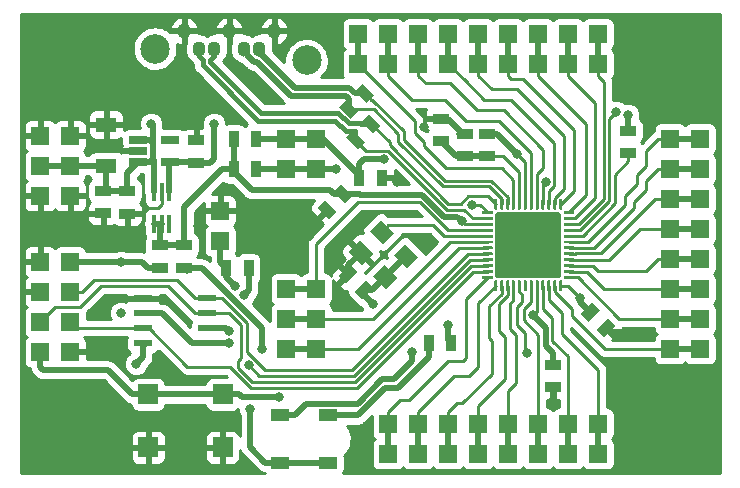
<source format=gbr>
G04 #@! TF.GenerationSoftware,KiCad,Pcbnew,(5.99.0-257-gdf3fabfa2)*
G04 #@! TF.CreationDate,2019-11-06T08:51:41+01:00*
G04 #@! TF.ProjectId,PROGLOG01A,50524f47-4c4f-4473-9031-412e6b696361,REV*
G04 #@! TF.SameCoordinates,Original*
G04 #@! TF.FileFunction,Copper,L2,Bot*
G04 #@! TF.FilePolarity,Positive*
%FSLAX46Y46*%
G04 Gerber Fmt 4.6, Leading zero omitted, Abs format (unit mm)*
G04 Created by KiCad (PCBNEW (5.99.0-257-gdf3fabfa2)) date 2019-11-06 08:51:41*
%MOMM*%
%LPD*%
G04 APERTURE LIST*
%ADD10R,0.889000X1.397000*%
%ADD11O,1.100000X1.300000*%
%ADD12C,2.500000*%
%ADD13R,1.524000X1.524000*%
%ADD14R,1.700000X1.300000*%
%ADD15R,1.500000X1.050000*%
%ADD16R,1.550000X0.600000*%
%ADD17C,6.000000*%
%ADD18R,1.397000X0.889000*%
%ADD19R,1.676400X1.676400*%
%ADD20R,1.560000X0.650000*%
%ADD21R,0.400000X1.500000*%
%ADD22C,0.800000*%
%ADD23C,0.500000*%
%ADD24C,0.250000*%
%ADD25C,0.400000*%
%ADD26C,0.254000*%
G04 APERTURE END LIST*
G04 #@! TA.AperFunction,SMDPad,CuDef*
G36*
X187987205Y-112314223D02*
G01*
X186999377Y-111326395D01*
X187627995Y-110697777D01*
X188615823Y-111685605D01*
X187987205Y-112314223D01*
G37*
G04 #@! TD.AperFunction*
G04 #@! TA.AperFunction,SMDPad,CuDef*
G36*
X186640167Y-113661261D02*
G01*
X185652339Y-112673433D01*
X186280957Y-112044815D01*
X187268785Y-113032643D01*
X186640167Y-113661261D01*
G37*
G04 #@! TD.AperFunction*
G04 #@! TA.AperFunction,SMDPad,CuDef*
G36*
X186081367Y-111070461D02*
G01*
X185093539Y-110082633D01*
X185722157Y-109454015D01*
X186709985Y-110441843D01*
X186081367Y-111070461D01*
G37*
G04 #@! TD.AperFunction*
G04 #@! TA.AperFunction,SMDPad,CuDef*
G36*
X187428405Y-109723423D02*
G01*
X186440577Y-108735595D01*
X187069195Y-108106977D01*
X188057023Y-109094805D01*
X187428405Y-109723423D01*
G37*
G04 #@! TD.AperFunction*
G04 #@! TA.AperFunction,SMDPad,CuDef*
G36*
X185561924Y-118244704D02*
G01*
X184574096Y-117256876D01*
X185202714Y-116628258D01*
X186190542Y-117616086D01*
X185561924Y-118244704D01*
G37*
G04 #@! TD.AperFunction*
G04 #@! TA.AperFunction,SMDPad,CuDef*
G36*
X184214886Y-119591742D02*
G01*
X183227058Y-118603914D01*
X183855676Y-117975296D01*
X184843504Y-118963124D01*
X184214886Y-119591742D01*
G37*
G04 #@! TD.AperFunction*
G04 #@! TA.AperFunction,SMDPad,CuDef*
G36*
X207156985Y-127251357D02*
G01*
X206169157Y-128239185D01*
X205540539Y-127610567D01*
X206528367Y-126622739D01*
X207156985Y-127251357D01*
G37*
G04 #@! TD.AperFunction*
G04 #@! TA.AperFunction,SMDPad,CuDef*
G36*
X208504023Y-128598395D02*
G01*
X207516195Y-129586223D01*
X206887577Y-128957605D01*
X207875405Y-127969777D01*
X208504023Y-128598395D01*
G37*
G04 #@! TD.AperFunction*
D10*
X186791600Y-116078000D03*
X188696600Y-116078000D03*
G04 #@! TA.AperFunction,SMDPad,CuDef*
G36*
X203737471Y-118973930D02*
G01*
X203818577Y-119028123D01*
X203872770Y-119109229D01*
X203891800Y-119204900D01*
X203891800Y-124304900D01*
X203872770Y-124400571D01*
X203818577Y-124481677D01*
X203737471Y-124535870D01*
X203641800Y-124554900D01*
X198541800Y-124554900D01*
X198446129Y-124535870D01*
X198365023Y-124481677D01*
X198310830Y-124400571D01*
X198291800Y-124304900D01*
X198291800Y-119204900D01*
X198310830Y-119109229D01*
X198365023Y-119028123D01*
X198446129Y-118973930D01*
X198541800Y-118954900D01*
X203641800Y-118954900D01*
X203737471Y-118973930D01*
G37*
G04 #@! TD.AperFunction*
G04 #@! TA.AperFunction,SMDPad,CuDef*
G36*
X203928218Y-124759658D02*
G01*
X203948494Y-124773206D01*
X203962042Y-124793482D01*
X203966800Y-124817400D01*
X203966800Y-125567400D01*
X203962042Y-125591318D01*
X203948494Y-125611594D01*
X203928218Y-125625142D01*
X203904300Y-125629900D01*
X203779300Y-125629900D01*
X203755382Y-125625142D01*
X203735106Y-125611594D01*
X203721558Y-125591318D01*
X203716800Y-125567400D01*
X203716800Y-124817400D01*
X203721558Y-124793482D01*
X203735106Y-124773206D01*
X203755382Y-124759658D01*
X203779300Y-124754900D01*
X203904300Y-124754900D01*
X203928218Y-124759658D01*
G37*
G04 #@! TD.AperFunction*
G04 #@! TA.AperFunction,SMDPad,CuDef*
G36*
X203428218Y-124759658D02*
G01*
X203448494Y-124773206D01*
X203462042Y-124793482D01*
X203466800Y-124817400D01*
X203466800Y-125567400D01*
X203462042Y-125591318D01*
X203448494Y-125611594D01*
X203428218Y-125625142D01*
X203404300Y-125629900D01*
X203279300Y-125629900D01*
X203255382Y-125625142D01*
X203235106Y-125611594D01*
X203221558Y-125591318D01*
X203216800Y-125567400D01*
X203216800Y-124817400D01*
X203221558Y-124793482D01*
X203235106Y-124773206D01*
X203255382Y-124759658D01*
X203279300Y-124754900D01*
X203404300Y-124754900D01*
X203428218Y-124759658D01*
G37*
G04 #@! TD.AperFunction*
G04 #@! TA.AperFunction,SMDPad,CuDef*
G36*
X202928218Y-124759658D02*
G01*
X202948494Y-124773206D01*
X202962042Y-124793482D01*
X202966800Y-124817400D01*
X202966800Y-125567400D01*
X202962042Y-125591318D01*
X202948494Y-125611594D01*
X202928218Y-125625142D01*
X202904300Y-125629900D01*
X202779300Y-125629900D01*
X202755382Y-125625142D01*
X202735106Y-125611594D01*
X202721558Y-125591318D01*
X202716800Y-125567400D01*
X202716800Y-124817400D01*
X202721558Y-124793482D01*
X202735106Y-124773206D01*
X202755382Y-124759658D01*
X202779300Y-124754900D01*
X202904300Y-124754900D01*
X202928218Y-124759658D01*
G37*
G04 #@! TD.AperFunction*
G04 #@! TA.AperFunction,SMDPad,CuDef*
G36*
X202428218Y-124759658D02*
G01*
X202448494Y-124773206D01*
X202462042Y-124793482D01*
X202466800Y-124817400D01*
X202466800Y-125567400D01*
X202462042Y-125591318D01*
X202448494Y-125611594D01*
X202428218Y-125625142D01*
X202404300Y-125629900D01*
X202279300Y-125629900D01*
X202255382Y-125625142D01*
X202235106Y-125611594D01*
X202221558Y-125591318D01*
X202216800Y-125567400D01*
X202216800Y-124817400D01*
X202221558Y-124793482D01*
X202235106Y-124773206D01*
X202255382Y-124759658D01*
X202279300Y-124754900D01*
X202404300Y-124754900D01*
X202428218Y-124759658D01*
G37*
G04 #@! TD.AperFunction*
G04 #@! TA.AperFunction,SMDPad,CuDef*
G36*
X201928218Y-124759658D02*
G01*
X201948494Y-124773206D01*
X201962042Y-124793482D01*
X201966800Y-124817400D01*
X201966800Y-125567400D01*
X201962042Y-125591318D01*
X201948494Y-125611594D01*
X201928218Y-125625142D01*
X201904300Y-125629900D01*
X201779300Y-125629900D01*
X201755382Y-125625142D01*
X201735106Y-125611594D01*
X201721558Y-125591318D01*
X201716800Y-125567400D01*
X201716800Y-124817400D01*
X201721558Y-124793482D01*
X201735106Y-124773206D01*
X201755382Y-124759658D01*
X201779300Y-124754900D01*
X201904300Y-124754900D01*
X201928218Y-124759658D01*
G37*
G04 #@! TD.AperFunction*
G04 #@! TA.AperFunction,SMDPad,CuDef*
G36*
X201428218Y-124759658D02*
G01*
X201448494Y-124773206D01*
X201462042Y-124793482D01*
X201466800Y-124817400D01*
X201466800Y-125567400D01*
X201462042Y-125591318D01*
X201448494Y-125611594D01*
X201428218Y-125625142D01*
X201404300Y-125629900D01*
X201279300Y-125629900D01*
X201255382Y-125625142D01*
X201235106Y-125611594D01*
X201221558Y-125591318D01*
X201216800Y-125567400D01*
X201216800Y-124817400D01*
X201221558Y-124793482D01*
X201235106Y-124773206D01*
X201255382Y-124759658D01*
X201279300Y-124754900D01*
X201404300Y-124754900D01*
X201428218Y-124759658D01*
G37*
G04 #@! TD.AperFunction*
G04 #@! TA.AperFunction,SMDPad,CuDef*
G36*
X200928218Y-124759658D02*
G01*
X200948494Y-124773206D01*
X200962042Y-124793482D01*
X200966800Y-124817400D01*
X200966800Y-125567400D01*
X200962042Y-125591318D01*
X200948494Y-125611594D01*
X200928218Y-125625142D01*
X200904300Y-125629900D01*
X200779300Y-125629900D01*
X200755382Y-125625142D01*
X200735106Y-125611594D01*
X200721558Y-125591318D01*
X200716800Y-125567400D01*
X200716800Y-124817400D01*
X200721558Y-124793482D01*
X200735106Y-124773206D01*
X200755382Y-124759658D01*
X200779300Y-124754900D01*
X200904300Y-124754900D01*
X200928218Y-124759658D01*
G37*
G04 #@! TD.AperFunction*
G04 #@! TA.AperFunction,SMDPad,CuDef*
G36*
X200428218Y-124759658D02*
G01*
X200448494Y-124773206D01*
X200462042Y-124793482D01*
X200466800Y-124817400D01*
X200466800Y-125567400D01*
X200462042Y-125591318D01*
X200448494Y-125611594D01*
X200428218Y-125625142D01*
X200404300Y-125629900D01*
X200279300Y-125629900D01*
X200255382Y-125625142D01*
X200235106Y-125611594D01*
X200221558Y-125591318D01*
X200216800Y-125567400D01*
X200216800Y-124817400D01*
X200221558Y-124793482D01*
X200235106Y-124773206D01*
X200255382Y-124759658D01*
X200279300Y-124754900D01*
X200404300Y-124754900D01*
X200428218Y-124759658D01*
G37*
G04 #@! TD.AperFunction*
G04 #@! TA.AperFunction,SMDPad,CuDef*
G36*
X199928218Y-124759658D02*
G01*
X199948494Y-124773206D01*
X199962042Y-124793482D01*
X199966800Y-124817400D01*
X199966800Y-125567400D01*
X199962042Y-125591318D01*
X199948494Y-125611594D01*
X199928218Y-125625142D01*
X199904300Y-125629900D01*
X199779300Y-125629900D01*
X199755382Y-125625142D01*
X199735106Y-125611594D01*
X199721558Y-125591318D01*
X199716800Y-125567400D01*
X199716800Y-124817400D01*
X199721558Y-124793482D01*
X199735106Y-124773206D01*
X199755382Y-124759658D01*
X199779300Y-124754900D01*
X199904300Y-124754900D01*
X199928218Y-124759658D01*
G37*
G04 #@! TD.AperFunction*
G04 #@! TA.AperFunction,SMDPad,CuDef*
G36*
X199428218Y-124759658D02*
G01*
X199448494Y-124773206D01*
X199462042Y-124793482D01*
X199466800Y-124817400D01*
X199466800Y-125567400D01*
X199462042Y-125591318D01*
X199448494Y-125611594D01*
X199428218Y-125625142D01*
X199404300Y-125629900D01*
X199279300Y-125629900D01*
X199255382Y-125625142D01*
X199235106Y-125611594D01*
X199221558Y-125591318D01*
X199216800Y-125567400D01*
X199216800Y-124817400D01*
X199221558Y-124793482D01*
X199235106Y-124773206D01*
X199255382Y-124759658D01*
X199279300Y-124754900D01*
X199404300Y-124754900D01*
X199428218Y-124759658D01*
G37*
G04 #@! TD.AperFunction*
G04 #@! TA.AperFunction,SMDPad,CuDef*
G36*
X198928218Y-124759658D02*
G01*
X198948494Y-124773206D01*
X198962042Y-124793482D01*
X198966800Y-124817400D01*
X198966800Y-125567400D01*
X198962042Y-125591318D01*
X198948494Y-125611594D01*
X198928218Y-125625142D01*
X198904300Y-125629900D01*
X198779300Y-125629900D01*
X198755382Y-125625142D01*
X198735106Y-125611594D01*
X198721558Y-125591318D01*
X198716800Y-125567400D01*
X198716800Y-124817400D01*
X198721558Y-124793482D01*
X198735106Y-124773206D01*
X198755382Y-124759658D01*
X198779300Y-124754900D01*
X198904300Y-124754900D01*
X198928218Y-124759658D01*
G37*
G04 #@! TD.AperFunction*
G04 #@! TA.AperFunction,SMDPad,CuDef*
G36*
X198428218Y-124759658D02*
G01*
X198448494Y-124773206D01*
X198462042Y-124793482D01*
X198466800Y-124817400D01*
X198466800Y-125567400D01*
X198462042Y-125591318D01*
X198448494Y-125611594D01*
X198428218Y-125625142D01*
X198404300Y-125629900D01*
X198279300Y-125629900D01*
X198255382Y-125625142D01*
X198235106Y-125611594D01*
X198221558Y-125591318D01*
X198216800Y-125567400D01*
X198216800Y-124817400D01*
X198221558Y-124793482D01*
X198235106Y-124773206D01*
X198255382Y-124759658D01*
X198279300Y-124754900D01*
X198404300Y-124754900D01*
X198428218Y-124759658D01*
G37*
G04 #@! TD.AperFunction*
G04 #@! TA.AperFunction,SMDPad,CuDef*
G36*
X198053218Y-124384658D02*
G01*
X198073494Y-124398206D01*
X198087042Y-124418482D01*
X198091800Y-124442400D01*
X198091800Y-124567400D01*
X198087042Y-124591318D01*
X198073494Y-124611594D01*
X198053218Y-124625142D01*
X198029300Y-124629900D01*
X197279300Y-124629900D01*
X197255382Y-124625142D01*
X197235106Y-124611594D01*
X197221558Y-124591318D01*
X197216800Y-124567400D01*
X197216800Y-124442400D01*
X197221558Y-124418482D01*
X197235106Y-124398206D01*
X197255382Y-124384658D01*
X197279300Y-124379900D01*
X198029300Y-124379900D01*
X198053218Y-124384658D01*
G37*
G04 #@! TD.AperFunction*
G04 #@! TA.AperFunction,SMDPad,CuDef*
G36*
X198053218Y-123884658D02*
G01*
X198073494Y-123898206D01*
X198087042Y-123918482D01*
X198091800Y-123942400D01*
X198091800Y-124067400D01*
X198087042Y-124091318D01*
X198073494Y-124111594D01*
X198053218Y-124125142D01*
X198029300Y-124129900D01*
X197279300Y-124129900D01*
X197255382Y-124125142D01*
X197235106Y-124111594D01*
X197221558Y-124091318D01*
X197216800Y-124067400D01*
X197216800Y-123942400D01*
X197221558Y-123918482D01*
X197235106Y-123898206D01*
X197255382Y-123884658D01*
X197279300Y-123879900D01*
X198029300Y-123879900D01*
X198053218Y-123884658D01*
G37*
G04 #@! TD.AperFunction*
G04 #@! TA.AperFunction,SMDPad,CuDef*
G36*
X198053218Y-123384658D02*
G01*
X198073494Y-123398206D01*
X198087042Y-123418482D01*
X198091800Y-123442400D01*
X198091800Y-123567400D01*
X198087042Y-123591318D01*
X198073494Y-123611594D01*
X198053218Y-123625142D01*
X198029300Y-123629900D01*
X197279300Y-123629900D01*
X197255382Y-123625142D01*
X197235106Y-123611594D01*
X197221558Y-123591318D01*
X197216800Y-123567400D01*
X197216800Y-123442400D01*
X197221558Y-123418482D01*
X197235106Y-123398206D01*
X197255382Y-123384658D01*
X197279300Y-123379900D01*
X198029300Y-123379900D01*
X198053218Y-123384658D01*
G37*
G04 #@! TD.AperFunction*
G04 #@! TA.AperFunction,SMDPad,CuDef*
G36*
X198053218Y-122884658D02*
G01*
X198073494Y-122898206D01*
X198087042Y-122918482D01*
X198091800Y-122942400D01*
X198091800Y-123067400D01*
X198087042Y-123091318D01*
X198073494Y-123111594D01*
X198053218Y-123125142D01*
X198029300Y-123129900D01*
X197279300Y-123129900D01*
X197255382Y-123125142D01*
X197235106Y-123111594D01*
X197221558Y-123091318D01*
X197216800Y-123067400D01*
X197216800Y-122942400D01*
X197221558Y-122918482D01*
X197235106Y-122898206D01*
X197255382Y-122884658D01*
X197279300Y-122879900D01*
X198029300Y-122879900D01*
X198053218Y-122884658D01*
G37*
G04 #@! TD.AperFunction*
G04 #@! TA.AperFunction,SMDPad,CuDef*
G36*
X198053218Y-122384658D02*
G01*
X198073494Y-122398206D01*
X198087042Y-122418482D01*
X198091800Y-122442400D01*
X198091800Y-122567400D01*
X198087042Y-122591318D01*
X198073494Y-122611594D01*
X198053218Y-122625142D01*
X198029300Y-122629900D01*
X197279300Y-122629900D01*
X197255382Y-122625142D01*
X197235106Y-122611594D01*
X197221558Y-122591318D01*
X197216800Y-122567400D01*
X197216800Y-122442400D01*
X197221558Y-122418482D01*
X197235106Y-122398206D01*
X197255382Y-122384658D01*
X197279300Y-122379900D01*
X198029300Y-122379900D01*
X198053218Y-122384658D01*
G37*
G04 #@! TD.AperFunction*
G04 #@! TA.AperFunction,SMDPad,CuDef*
G36*
X198053218Y-121884658D02*
G01*
X198073494Y-121898206D01*
X198087042Y-121918482D01*
X198091800Y-121942400D01*
X198091800Y-122067400D01*
X198087042Y-122091318D01*
X198073494Y-122111594D01*
X198053218Y-122125142D01*
X198029300Y-122129900D01*
X197279300Y-122129900D01*
X197255382Y-122125142D01*
X197235106Y-122111594D01*
X197221558Y-122091318D01*
X197216800Y-122067400D01*
X197216800Y-121942400D01*
X197221558Y-121918482D01*
X197235106Y-121898206D01*
X197255382Y-121884658D01*
X197279300Y-121879900D01*
X198029300Y-121879900D01*
X198053218Y-121884658D01*
G37*
G04 #@! TD.AperFunction*
G04 #@! TA.AperFunction,SMDPad,CuDef*
G36*
X198053218Y-121384658D02*
G01*
X198073494Y-121398206D01*
X198087042Y-121418482D01*
X198091800Y-121442400D01*
X198091800Y-121567400D01*
X198087042Y-121591318D01*
X198073494Y-121611594D01*
X198053218Y-121625142D01*
X198029300Y-121629900D01*
X197279300Y-121629900D01*
X197255382Y-121625142D01*
X197235106Y-121611594D01*
X197221558Y-121591318D01*
X197216800Y-121567400D01*
X197216800Y-121442400D01*
X197221558Y-121418482D01*
X197235106Y-121398206D01*
X197255382Y-121384658D01*
X197279300Y-121379900D01*
X198029300Y-121379900D01*
X198053218Y-121384658D01*
G37*
G04 #@! TD.AperFunction*
G04 #@! TA.AperFunction,SMDPad,CuDef*
G36*
X198053218Y-120884658D02*
G01*
X198073494Y-120898206D01*
X198087042Y-120918482D01*
X198091800Y-120942400D01*
X198091800Y-121067400D01*
X198087042Y-121091318D01*
X198073494Y-121111594D01*
X198053218Y-121125142D01*
X198029300Y-121129900D01*
X197279300Y-121129900D01*
X197255382Y-121125142D01*
X197235106Y-121111594D01*
X197221558Y-121091318D01*
X197216800Y-121067400D01*
X197216800Y-120942400D01*
X197221558Y-120918482D01*
X197235106Y-120898206D01*
X197255382Y-120884658D01*
X197279300Y-120879900D01*
X198029300Y-120879900D01*
X198053218Y-120884658D01*
G37*
G04 #@! TD.AperFunction*
G04 #@! TA.AperFunction,SMDPad,CuDef*
G36*
X198053218Y-120384658D02*
G01*
X198073494Y-120398206D01*
X198087042Y-120418482D01*
X198091800Y-120442400D01*
X198091800Y-120567400D01*
X198087042Y-120591318D01*
X198073494Y-120611594D01*
X198053218Y-120625142D01*
X198029300Y-120629900D01*
X197279300Y-120629900D01*
X197255382Y-120625142D01*
X197235106Y-120611594D01*
X197221558Y-120591318D01*
X197216800Y-120567400D01*
X197216800Y-120442400D01*
X197221558Y-120418482D01*
X197235106Y-120398206D01*
X197255382Y-120384658D01*
X197279300Y-120379900D01*
X198029300Y-120379900D01*
X198053218Y-120384658D01*
G37*
G04 #@! TD.AperFunction*
G04 #@! TA.AperFunction,SMDPad,CuDef*
G36*
X198053218Y-119884658D02*
G01*
X198073494Y-119898206D01*
X198087042Y-119918482D01*
X198091800Y-119942400D01*
X198091800Y-120067400D01*
X198087042Y-120091318D01*
X198073494Y-120111594D01*
X198053218Y-120125142D01*
X198029300Y-120129900D01*
X197279300Y-120129900D01*
X197255382Y-120125142D01*
X197235106Y-120111594D01*
X197221558Y-120091318D01*
X197216800Y-120067400D01*
X197216800Y-119942400D01*
X197221558Y-119918482D01*
X197235106Y-119898206D01*
X197255382Y-119884658D01*
X197279300Y-119879900D01*
X198029300Y-119879900D01*
X198053218Y-119884658D01*
G37*
G04 #@! TD.AperFunction*
G04 #@! TA.AperFunction,SMDPad,CuDef*
G36*
X198053218Y-119384658D02*
G01*
X198073494Y-119398206D01*
X198087042Y-119418482D01*
X198091800Y-119442400D01*
X198091800Y-119567400D01*
X198087042Y-119591318D01*
X198073494Y-119611594D01*
X198053218Y-119625142D01*
X198029300Y-119629900D01*
X197279300Y-119629900D01*
X197255382Y-119625142D01*
X197235106Y-119611594D01*
X197221558Y-119591318D01*
X197216800Y-119567400D01*
X197216800Y-119442400D01*
X197221558Y-119418482D01*
X197235106Y-119398206D01*
X197255382Y-119384658D01*
X197279300Y-119379900D01*
X198029300Y-119379900D01*
X198053218Y-119384658D01*
G37*
G04 #@! TD.AperFunction*
G04 #@! TA.AperFunction,SMDPad,CuDef*
G36*
X198053218Y-118884658D02*
G01*
X198073494Y-118898206D01*
X198087042Y-118918482D01*
X198091800Y-118942400D01*
X198091800Y-119067400D01*
X198087042Y-119091318D01*
X198073494Y-119111594D01*
X198053218Y-119125142D01*
X198029300Y-119129900D01*
X197279300Y-119129900D01*
X197255382Y-119125142D01*
X197235106Y-119111594D01*
X197221558Y-119091318D01*
X197216800Y-119067400D01*
X197216800Y-118942400D01*
X197221558Y-118918482D01*
X197235106Y-118898206D01*
X197255382Y-118884658D01*
X197279300Y-118879900D01*
X198029300Y-118879900D01*
X198053218Y-118884658D01*
G37*
G04 #@! TD.AperFunction*
G04 #@! TA.AperFunction,SMDPad,CuDef*
G36*
X198428218Y-117884658D02*
G01*
X198448494Y-117898206D01*
X198462042Y-117918482D01*
X198466800Y-117942400D01*
X198466800Y-118692400D01*
X198462042Y-118716318D01*
X198448494Y-118736594D01*
X198428218Y-118750142D01*
X198404300Y-118754900D01*
X198279300Y-118754900D01*
X198255382Y-118750142D01*
X198235106Y-118736594D01*
X198221558Y-118716318D01*
X198216800Y-118692400D01*
X198216800Y-117942400D01*
X198221558Y-117918482D01*
X198235106Y-117898206D01*
X198255382Y-117884658D01*
X198279300Y-117879900D01*
X198404300Y-117879900D01*
X198428218Y-117884658D01*
G37*
G04 #@! TD.AperFunction*
G04 #@! TA.AperFunction,SMDPad,CuDef*
G36*
X198928218Y-117884658D02*
G01*
X198948494Y-117898206D01*
X198962042Y-117918482D01*
X198966800Y-117942400D01*
X198966800Y-118692400D01*
X198962042Y-118716318D01*
X198948494Y-118736594D01*
X198928218Y-118750142D01*
X198904300Y-118754900D01*
X198779300Y-118754900D01*
X198755382Y-118750142D01*
X198735106Y-118736594D01*
X198721558Y-118716318D01*
X198716800Y-118692400D01*
X198716800Y-117942400D01*
X198721558Y-117918482D01*
X198735106Y-117898206D01*
X198755382Y-117884658D01*
X198779300Y-117879900D01*
X198904300Y-117879900D01*
X198928218Y-117884658D01*
G37*
G04 #@! TD.AperFunction*
G04 #@! TA.AperFunction,SMDPad,CuDef*
G36*
X199428218Y-117884658D02*
G01*
X199448494Y-117898206D01*
X199462042Y-117918482D01*
X199466800Y-117942400D01*
X199466800Y-118692400D01*
X199462042Y-118716318D01*
X199448494Y-118736594D01*
X199428218Y-118750142D01*
X199404300Y-118754900D01*
X199279300Y-118754900D01*
X199255382Y-118750142D01*
X199235106Y-118736594D01*
X199221558Y-118716318D01*
X199216800Y-118692400D01*
X199216800Y-117942400D01*
X199221558Y-117918482D01*
X199235106Y-117898206D01*
X199255382Y-117884658D01*
X199279300Y-117879900D01*
X199404300Y-117879900D01*
X199428218Y-117884658D01*
G37*
G04 #@! TD.AperFunction*
G04 #@! TA.AperFunction,SMDPad,CuDef*
G36*
X199928218Y-117884658D02*
G01*
X199948494Y-117898206D01*
X199962042Y-117918482D01*
X199966800Y-117942400D01*
X199966800Y-118692400D01*
X199962042Y-118716318D01*
X199948494Y-118736594D01*
X199928218Y-118750142D01*
X199904300Y-118754900D01*
X199779300Y-118754900D01*
X199755382Y-118750142D01*
X199735106Y-118736594D01*
X199721558Y-118716318D01*
X199716800Y-118692400D01*
X199716800Y-117942400D01*
X199721558Y-117918482D01*
X199735106Y-117898206D01*
X199755382Y-117884658D01*
X199779300Y-117879900D01*
X199904300Y-117879900D01*
X199928218Y-117884658D01*
G37*
G04 #@! TD.AperFunction*
G04 #@! TA.AperFunction,SMDPad,CuDef*
G36*
X200428218Y-117884658D02*
G01*
X200448494Y-117898206D01*
X200462042Y-117918482D01*
X200466800Y-117942400D01*
X200466800Y-118692400D01*
X200462042Y-118716318D01*
X200448494Y-118736594D01*
X200428218Y-118750142D01*
X200404300Y-118754900D01*
X200279300Y-118754900D01*
X200255382Y-118750142D01*
X200235106Y-118736594D01*
X200221558Y-118716318D01*
X200216800Y-118692400D01*
X200216800Y-117942400D01*
X200221558Y-117918482D01*
X200235106Y-117898206D01*
X200255382Y-117884658D01*
X200279300Y-117879900D01*
X200404300Y-117879900D01*
X200428218Y-117884658D01*
G37*
G04 #@! TD.AperFunction*
G04 #@! TA.AperFunction,SMDPad,CuDef*
G36*
X200928218Y-117884658D02*
G01*
X200948494Y-117898206D01*
X200962042Y-117918482D01*
X200966800Y-117942400D01*
X200966800Y-118692400D01*
X200962042Y-118716318D01*
X200948494Y-118736594D01*
X200928218Y-118750142D01*
X200904300Y-118754900D01*
X200779300Y-118754900D01*
X200755382Y-118750142D01*
X200735106Y-118736594D01*
X200721558Y-118716318D01*
X200716800Y-118692400D01*
X200716800Y-117942400D01*
X200721558Y-117918482D01*
X200735106Y-117898206D01*
X200755382Y-117884658D01*
X200779300Y-117879900D01*
X200904300Y-117879900D01*
X200928218Y-117884658D01*
G37*
G04 #@! TD.AperFunction*
G04 #@! TA.AperFunction,SMDPad,CuDef*
G36*
X201428218Y-117884658D02*
G01*
X201448494Y-117898206D01*
X201462042Y-117918482D01*
X201466800Y-117942400D01*
X201466800Y-118692400D01*
X201462042Y-118716318D01*
X201448494Y-118736594D01*
X201428218Y-118750142D01*
X201404300Y-118754900D01*
X201279300Y-118754900D01*
X201255382Y-118750142D01*
X201235106Y-118736594D01*
X201221558Y-118716318D01*
X201216800Y-118692400D01*
X201216800Y-117942400D01*
X201221558Y-117918482D01*
X201235106Y-117898206D01*
X201255382Y-117884658D01*
X201279300Y-117879900D01*
X201404300Y-117879900D01*
X201428218Y-117884658D01*
G37*
G04 #@! TD.AperFunction*
G04 #@! TA.AperFunction,SMDPad,CuDef*
G36*
X201928218Y-117884658D02*
G01*
X201948494Y-117898206D01*
X201962042Y-117918482D01*
X201966800Y-117942400D01*
X201966800Y-118692400D01*
X201962042Y-118716318D01*
X201948494Y-118736594D01*
X201928218Y-118750142D01*
X201904300Y-118754900D01*
X201779300Y-118754900D01*
X201755382Y-118750142D01*
X201735106Y-118736594D01*
X201721558Y-118716318D01*
X201716800Y-118692400D01*
X201716800Y-117942400D01*
X201721558Y-117918482D01*
X201735106Y-117898206D01*
X201755382Y-117884658D01*
X201779300Y-117879900D01*
X201904300Y-117879900D01*
X201928218Y-117884658D01*
G37*
G04 #@! TD.AperFunction*
G04 #@! TA.AperFunction,SMDPad,CuDef*
G36*
X202428218Y-117884658D02*
G01*
X202448494Y-117898206D01*
X202462042Y-117918482D01*
X202466800Y-117942400D01*
X202466800Y-118692400D01*
X202462042Y-118716318D01*
X202448494Y-118736594D01*
X202428218Y-118750142D01*
X202404300Y-118754900D01*
X202279300Y-118754900D01*
X202255382Y-118750142D01*
X202235106Y-118736594D01*
X202221558Y-118716318D01*
X202216800Y-118692400D01*
X202216800Y-117942400D01*
X202221558Y-117918482D01*
X202235106Y-117898206D01*
X202255382Y-117884658D01*
X202279300Y-117879900D01*
X202404300Y-117879900D01*
X202428218Y-117884658D01*
G37*
G04 #@! TD.AperFunction*
G04 #@! TA.AperFunction,SMDPad,CuDef*
G36*
X202928218Y-117884658D02*
G01*
X202948494Y-117898206D01*
X202962042Y-117918482D01*
X202966800Y-117942400D01*
X202966800Y-118692400D01*
X202962042Y-118716318D01*
X202948494Y-118736594D01*
X202928218Y-118750142D01*
X202904300Y-118754900D01*
X202779300Y-118754900D01*
X202755382Y-118750142D01*
X202735106Y-118736594D01*
X202721558Y-118716318D01*
X202716800Y-118692400D01*
X202716800Y-117942400D01*
X202721558Y-117918482D01*
X202735106Y-117898206D01*
X202755382Y-117884658D01*
X202779300Y-117879900D01*
X202904300Y-117879900D01*
X202928218Y-117884658D01*
G37*
G04 #@! TD.AperFunction*
G04 #@! TA.AperFunction,SMDPad,CuDef*
G36*
X203428218Y-117884658D02*
G01*
X203448494Y-117898206D01*
X203462042Y-117918482D01*
X203466800Y-117942400D01*
X203466800Y-118692400D01*
X203462042Y-118716318D01*
X203448494Y-118736594D01*
X203428218Y-118750142D01*
X203404300Y-118754900D01*
X203279300Y-118754900D01*
X203255382Y-118750142D01*
X203235106Y-118736594D01*
X203221558Y-118716318D01*
X203216800Y-118692400D01*
X203216800Y-117942400D01*
X203221558Y-117918482D01*
X203235106Y-117898206D01*
X203255382Y-117884658D01*
X203279300Y-117879900D01*
X203404300Y-117879900D01*
X203428218Y-117884658D01*
G37*
G04 #@! TD.AperFunction*
G04 #@! TA.AperFunction,SMDPad,CuDef*
G36*
X203928218Y-117884658D02*
G01*
X203948494Y-117898206D01*
X203962042Y-117918482D01*
X203966800Y-117942400D01*
X203966800Y-118692400D01*
X203962042Y-118716318D01*
X203948494Y-118736594D01*
X203928218Y-118750142D01*
X203904300Y-118754900D01*
X203779300Y-118754900D01*
X203755382Y-118750142D01*
X203735106Y-118736594D01*
X203721558Y-118716318D01*
X203716800Y-118692400D01*
X203716800Y-117942400D01*
X203721558Y-117918482D01*
X203735106Y-117898206D01*
X203755382Y-117884658D01*
X203779300Y-117879900D01*
X203904300Y-117879900D01*
X203928218Y-117884658D01*
G37*
G04 #@! TD.AperFunction*
G04 #@! TA.AperFunction,SMDPad,CuDef*
G36*
X204928218Y-118884658D02*
G01*
X204948494Y-118898206D01*
X204962042Y-118918482D01*
X204966800Y-118942400D01*
X204966800Y-119067400D01*
X204962042Y-119091318D01*
X204948494Y-119111594D01*
X204928218Y-119125142D01*
X204904300Y-119129900D01*
X204154300Y-119129900D01*
X204130382Y-119125142D01*
X204110106Y-119111594D01*
X204096558Y-119091318D01*
X204091800Y-119067400D01*
X204091800Y-118942400D01*
X204096558Y-118918482D01*
X204110106Y-118898206D01*
X204130382Y-118884658D01*
X204154300Y-118879900D01*
X204904300Y-118879900D01*
X204928218Y-118884658D01*
G37*
G04 #@! TD.AperFunction*
G04 #@! TA.AperFunction,SMDPad,CuDef*
G36*
X204928218Y-119384658D02*
G01*
X204948494Y-119398206D01*
X204962042Y-119418482D01*
X204966800Y-119442400D01*
X204966800Y-119567400D01*
X204962042Y-119591318D01*
X204948494Y-119611594D01*
X204928218Y-119625142D01*
X204904300Y-119629900D01*
X204154300Y-119629900D01*
X204130382Y-119625142D01*
X204110106Y-119611594D01*
X204096558Y-119591318D01*
X204091800Y-119567400D01*
X204091800Y-119442400D01*
X204096558Y-119418482D01*
X204110106Y-119398206D01*
X204130382Y-119384658D01*
X204154300Y-119379900D01*
X204904300Y-119379900D01*
X204928218Y-119384658D01*
G37*
G04 #@! TD.AperFunction*
G04 #@! TA.AperFunction,SMDPad,CuDef*
G36*
X204928218Y-119884658D02*
G01*
X204948494Y-119898206D01*
X204962042Y-119918482D01*
X204966800Y-119942400D01*
X204966800Y-120067400D01*
X204962042Y-120091318D01*
X204948494Y-120111594D01*
X204928218Y-120125142D01*
X204904300Y-120129900D01*
X204154300Y-120129900D01*
X204130382Y-120125142D01*
X204110106Y-120111594D01*
X204096558Y-120091318D01*
X204091800Y-120067400D01*
X204091800Y-119942400D01*
X204096558Y-119918482D01*
X204110106Y-119898206D01*
X204130382Y-119884658D01*
X204154300Y-119879900D01*
X204904300Y-119879900D01*
X204928218Y-119884658D01*
G37*
G04 #@! TD.AperFunction*
G04 #@! TA.AperFunction,SMDPad,CuDef*
G36*
X204928218Y-120384658D02*
G01*
X204948494Y-120398206D01*
X204962042Y-120418482D01*
X204966800Y-120442400D01*
X204966800Y-120567400D01*
X204962042Y-120591318D01*
X204948494Y-120611594D01*
X204928218Y-120625142D01*
X204904300Y-120629900D01*
X204154300Y-120629900D01*
X204130382Y-120625142D01*
X204110106Y-120611594D01*
X204096558Y-120591318D01*
X204091800Y-120567400D01*
X204091800Y-120442400D01*
X204096558Y-120418482D01*
X204110106Y-120398206D01*
X204130382Y-120384658D01*
X204154300Y-120379900D01*
X204904300Y-120379900D01*
X204928218Y-120384658D01*
G37*
G04 #@! TD.AperFunction*
G04 #@! TA.AperFunction,SMDPad,CuDef*
G36*
X204928218Y-120884658D02*
G01*
X204948494Y-120898206D01*
X204962042Y-120918482D01*
X204966800Y-120942400D01*
X204966800Y-121067400D01*
X204962042Y-121091318D01*
X204948494Y-121111594D01*
X204928218Y-121125142D01*
X204904300Y-121129900D01*
X204154300Y-121129900D01*
X204130382Y-121125142D01*
X204110106Y-121111594D01*
X204096558Y-121091318D01*
X204091800Y-121067400D01*
X204091800Y-120942400D01*
X204096558Y-120918482D01*
X204110106Y-120898206D01*
X204130382Y-120884658D01*
X204154300Y-120879900D01*
X204904300Y-120879900D01*
X204928218Y-120884658D01*
G37*
G04 #@! TD.AperFunction*
G04 #@! TA.AperFunction,SMDPad,CuDef*
G36*
X204928218Y-121384658D02*
G01*
X204948494Y-121398206D01*
X204962042Y-121418482D01*
X204966800Y-121442400D01*
X204966800Y-121567400D01*
X204962042Y-121591318D01*
X204948494Y-121611594D01*
X204928218Y-121625142D01*
X204904300Y-121629900D01*
X204154300Y-121629900D01*
X204130382Y-121625142D01*
X204110106Y-121611594D01*
X204096558Y-121591318D01*
X204091800Y-121567400D01*
X204091800Y-121442400D01*
X204096558Y-121418482D01*
X204110106Y-121398206D01*
X204130382Y-121384658D01*
X204154300Y-121379900D01*
X204904300Y-121379900D01*
X204928218Y-121384658D01*
G37*
G04 #@! TD.AperFunction*
G04 #@! TA.AperFunction,SMDPad,CuDef*
G36*
X204928218Y-121884658D02*
G01*
X204948494Y-121898206D01*
X204962042Y-121918482D01*
X204966800Y-121942400D01*
X204966800Y-122067400D01*
X204962042Y-122091318D01*
X204948494Y-122111594D01*
X204928218Y-122125142D01*
X204904300Y-122129900D01*
X204154300Y-122129900D01*
X204130382Y-122125142D01*
X204110106Y-122111594D01*
X204096558Y-122091318D01*
X204091800Y-122067400D01*
X204091800Y-121942400D01*
X204096558Y-121918482D01*
X204110106Y-121898206D01*
X204130382Y-121884658D01*
X204154300Y-121879900D01*
X204904300Y-121879900D01*
X204928218Y-121884658D01*
G37*
G04 #@! TD.AperFunction*
G04 #@! TA.AperFunction,SMDPad,CuDef*
G36*
X204928218Y-122384658D02*
G01*
X204948494Y-122398206D01*
X204962042Y-122418482D01*
X204966800Y-122442400D01*
X204966800Y-122567400D01*
X204962042Y-122591318D01*
X204948494Y-122611594D01*
X204928218Y-122625142D01*
X204904300Y-122629900D01*
X204154300Y-122629900D01*
X204130382Y-122625142D01*
X204110106Y-122611594D01*
X204096558Y-122591318D01*
X204091800Y-122567400D01*
X204091800Y-122442400D01*
X204096558Y-122418482D01*
X204110106Y-122398206D01*
X204130382Y-122384658D01*
X204154300Y-122379900D01*
X204904300Y-122379900D01*
X204928218Y-122384658D01*
G37*
G04 #@! TD.AperFunction*
G04 #@! TA.AperFunction,SMDPad,CuDef*
G36*
X204928218Y-122884658D02*
G01*
X204948494Y-122898206D01*
X204962042Y-122918482D01*
X204966800Y-122942400D01*
X204966800Y-123067400D01*
X204962042Y-123091318D01*
X204948494Y-123111594D01*
X204928218Y-123125142D01*
X204904300Y-123129900D01*
X204154300Y-123129900D01*
X204130382Y-123125142D01*
X204110106Y-123111594D01*
X204096558Y-123091318D01*
X204091800Y-123067400D01*
X204091800Y-122942400D01*
X204096558Y-122918482D01*
X204110106Y-122898206D01*
X204130382Y-122884658D01*
X204154300Y-122879900D01*
X204904300Y-122879900D01*
X204928218Y-122884658D01*
G37*
G04 #@! TD.AperFunction*
G04 #@! TA.AperFunction,SMDPad,CuDef*
G36*
X204928218Y-123384658D02*
G01*
X204948494Y-123398206D01*
X204962042Y-123418482D01*
X204966800Y-123442400D01*
X204966800Y-123567400D01*
X204962042Y-123591318D01*
X204948494Y-123611594D01*
X204928218Y-123625142D01*
X204904300Y-123629900D01*
X204154300Y-123629900D01*
X204130382Y-123625142D01*
X204110106Y-123611594D01*
X204096558Y-123591318D01*
X204091800Y-123567400D01*
X204091800Y-123442400D01*
X204096558Y-123418482D01*
X204110106Y-123398206D01*
X204130382Y-123384658D01*
X204154300Y-123379900D01*
X204904300Y-123379900D01*
X204928218Y-123384658D01*
G37*
G04 #@! TD.AperFunction*
G04 #@! TA.AperFunction,SMDPad,CuDef*
G36*
X204928218Y-123884658D02*
G01*
X204948494Y-123898206D01*
X204962042Y-123918482D01*
X204966800Y-123942400D01*
X204966800Y-124067400D01*
X204962042Y-124091318D01*
X204948494Y-124111594D01*
X204928218Y-124125142D01*
X204904300Y-124129900D01*
X204154300Y-124129900D01*
X204130382Y-124125142D01*
X204110106Y-124111594D01*
X204096558Y-124091318D01*
X204091800Y-124067400D01*
X204091800Y-123942400D01*
X204096558Y-123918482D01*
X204110106Y-123898206D01*
X204130382Y-123884658D01*
X204154300Y-123879900D01*
X204904300Y-123879900D01*
X204928218Y-123884658D01*
G37*
G04 #@! TD.AperFunction*
G04 #@! TA.AperFunction,SMDPad,CuDef*
G36*
X204928218Y-124384658D02*
G01*
X204948494Y-124398206D01*
X204962042Y-124418482D01*
X204966800Y-124442400D01*
X204966800Y-124567400D01*
X204962042Y-124591318D01*
X204948494Y-124611594D01*
X204928218Y-124625142D01*
X204904300Y-124629900D01*
X204154300Y-124629900D01*
X204130382Y-124625142D01*
X204110106Y-124611594D01*
X204096558Y-124591318D01*
X204091800Y-124567400D01*
X204091800Y-124442400D01*
X204096558Y-124418482D01*
X204110106Y-124398206D01*
X204130382Y-124384658D01*
X204154300Y-124379900D01*
X204904300Y-124379900D01*
X204928218Y-124384658D01*
G37*
G04 #@! TD.AperFunction*
D11*
X171958000Y-103632000D03*
X175768000Y-103632000D03*
X179578000Y-103632000D03*
X178308000Y-105132000D03*
X177038000Y-105132000D03*
X174498000Y-105132000D03*
D12*
X182328000Y-106132000D03*
D11*
X173228000Y-105132000D03*
D12*
X169498000Y-105132000D03*
D13*
X201930000Y-136906000D03*
X201930000Y-139446000D03*
G04 #@! TA.AperFunction,SMDPad,CuDef*
G36*
X191801171Y-122784809D02*
G01*
X190846576Y-123739404D01*
X189715205Y-122608033D01*
X190669800Y-121653438D01*
X191801171Y-122784809D01*
G37*
G04 #@! TD.AperFunction*
G04 #@! TA.AperFunction,SMDPad,CuDef*
G36*
X189750562Y-120734200D02*
G01*
X188795967Y-121688795D01*
X187664596Y-120557424D01*
X188619191Y-119602829D01*
X189750562Y-120734200D01*
G37*
G04 #@! TD.AperFunction*
G04 #@! TA.AperFunction,SMDPad,CuDef*
G36*
X187982795Y-122501967D02*
G01*
X187028200Y-123456562D01*
X185896829Y-122325191D01*
X186851424Y-121370596D01*
X187982795Y-122501967D01*
G37*
G04 #@! TD.AperFunction*
G04 #@! TA.AperFunction,SMDPad,CuDef*
G36*
X190033404Y-124552576D02*
G01*
X189078809Y-125507171D01*
X187947438Y-124375800D01*
X188902033Y-123421205D01*
X190033404Y-124552576D01*
G37*
G04 #@! TD.AperFunction*
D14*
X165354000Y-115062000D03*
X165354000Y-111562000D03*
D15*
X184150000Y-136176000D03*
X184150000Y-140176000D03*
X180086000Y-140176000D03*
X180086000Y-136176000D03*
D16*
X168480760Y-130060700D03*
X168480760Y-128790700D03*
X168480760Y-127520700D03*
X168480760Y-126250700D03*
X173880760Y-126250700D03*
X173880760Y-127520700D03*
X173880760Y-128790700D03*
X173880760Y-130060700D03*
D17*
X213106000Y-136906000D03*
X213106000Y-106426000D03*
X162306000Y-106426000D03*
X162306000Y-136906000D03*
D13*
X189230000Y-139446000D03*
X189230000Y-136906000D03*
X191770000Y-136906000D03*
X191770000Y-139446000D03*
X194310000Y-139446000D03*
X194310000Y-136906000D03*
X191770000Y-103886000D03*
X191770000Y-106426000D03*
X215646000Y-122936000D03*
X213106000Y-122936000D03*
X213106000Y-125476000D03*
X215646000Y-125476000D03*
X215646000Y-117856000D03*
X213106000Y-117856000D03*
X196850000Y-136906000D03*
X196850000Y-139446000D03*
X215646000Y-130556000D03*
X213106000Y-130556000D03*
X204470000Y-136906000D03*
X204470000Y-139446000D03*
X207010000Y-139446000D03*
X207010000Y-136906000D03*
X199390000Y-136906000D03*
X199390000Y-139446000D03*
X215646000Y-120396000D03*
X213106000Y-120396000D03*
X175006000Y-121412000D03*
X175006000Y-118872000D03*
X180594000Y-125476000D03*
X183134000Y-125476000D03*
X213106000Y-128016000D03*
X215646000Y-128016000D03*
X207010000Y-106426000D03*
X207010000Y-103886000D03*
X213106000Y-112776000D03*
X215646000Y-112776000D03*
X204470000Y-106426000D03*
X204470000Y-103886000D03*
X213106000Y-115316000D03*
X215646000Y-115316000D03*
X199390000Y-106426000D03*
X199390000Y-103886000D03*
X196850000Y-103886000D03*
X196850000Y-106426000D03*
X201930000Y-106426000D03*
X201930000Y-103886000D03*
X194310000Y-106426000D03*
X194310000Y-103886000D03*
X189230000Y-106426000D03*
X189230000Y-103886000D03*
X186690000Y-103886000D03*
X186690000Y-106426000D03*
X180594000Y-130556000D03*
X183134000Y-130556000D03*
X180594000Y-128016000D03*
X183134000Y-128016000D03*
X180594000Y-112776000D03*
X183134000Y-112776000D03*
X180594000Y-115316000D03*
X183134000Y-115316000D03*
X159766000Y-112522000D03*
X162306000Y-112522000D03*
X159766000Y-115062000D03*
X162306000Y-115062000D03*
X159766000Y-117602000D03*
X162306000Y-117602000D03*
X159766000Y-123190000D03*
X162306000Y-123190000D03*
X159766000Y-125730000D03*
X162306000Y-125730000D03*
X159766000Y-128270000D03*
X162306000Y-128270000D03*
X159766000Y-130810000D03*
X162306000Y-130810000D03*
D18*
X171958000Y-121793000D03*
X171958000Y-123698000D03*
D10*
X194564000Y-130048000D03*
X192659000Y-130048000D03*
D18*
X209550000Y-112077500D03*
X209550000Y-113982500D03*
X197612000Y-112331500D03*
X197612000Y-114236500D03*
X167132000Y-119126000D03*
X167132000Y-117221000D03*
X169926000Y-121793000D03*
X169926000Y-123698000D03*
D10*
X178054000Y-112776000D03*
X176149000Y-112776000D03*
X176149000Y-115316000D03*
X178054000Y-115316000D03*
X175514000Y-123698000D03*
X177419000Y-123698000D03*
D18*
X203200000Y-133781800D03*
X203200000Y-131876800D03*
X165100000Y-119062500D03*
X165100000Y-117157500D03*
X172974000Y-114808000D03*
X172974000Y-112903000D03*
X193675000Y-111048800D03*
X193675000Y-112953800D03*
G04 #@! TA.AperFunction,SMDPad,CuDef*
G36*
X188019761Y-125373433D02*
G01*
X187031933Y-126361261D01*
X186403315Y-125732643D01*
X187391143Y-124744815D01*
X188019761Y-125373433D01*
G37*
G04 #@! TD.AperFunction*
G04 #@! TA.AperFunction,SMDPad,CuDef*
G36*
X186672723Y-124026395D02*
G01*
X185684895Y-125014223D01*
X185056277Y-124385605D01*
X186044105Y-123397777D01*
X186672723Y-124026395D01*
G37*
G04 #@! TD.AperFunction*
X195707000Y-112331500D03*
X195707000Y-114236500D03*
D19*
X175209600Y-134402000D03*
X175209600Y-138902000D03*
X168909600Y-134402000D03*
X168909600Y-138902000D03*
D20*
X168068000Y-114742000D03*
X168068000Y-113792000D03*
X168068000Y-112842000D03*
X170768000Y-112842000D03*
X170768000Y-114742000D03*
D21*
X169403000Y-117288000D03*
X170053000Y-117288000D03*
X170703000Y-117288000D03*
X170703000Y-119948000D03*
X170053000Y-119948000D03*
X169403000Y-119948000D03*
D22*
X166624000Y-127508000D03*
X181356000Y-118872000D03*
X162560000Y-120396000D03*
X160528000Y-120396000D03*
X159004000Y-120396000D03*
X170180000Y-109220000D03*
X168656000Y-109220000D03*
X167132000Y-109220000D03*
X191262000Y-130810000D03*
X209550000Y-110744000D03*
X176276000Y-125222000D03*
X175768000Y-129032000D03*
X208534000Y-110490000D03*
X194310000Y-128524000D03*
X188925200Y-114517000D03*
X202566801Y-116433600D03*
X166624000Y-123190000D03*
X167894000Y-131826000D03*
X177414347Y-131957653D03*
X201015600Y-130862021D03*
X179980358Y-134620000D03*
X178562000Y-130556000D03*
X205486000Y-126238000D03*
X184861200Y-115316000D03*
X196342000Y-118364000D03*
X195467103Y-119765797D03*
X201513459Y-127726460D03*
X174498000Y-111506000D03*
X200152000Y-114046000D03*
X166573200Y-121361200D03*
X167589200Y-111480600D03*
X185064400Y-126644400D03*
X184759600Y-106781600D03*
X211175600Y-110794800D03*
X208838800Y-132943600D03*
X173101000Y-120167400D03*
X192278000Y-111760000D03*
X178206400Y-108127800D03*
X165100000Y-127254000D03*
X184912000Y-121666000D03*
X189992000Y-116382800D03*
X182626000Y-120269000D03*
X203200000Y-135001000D03*
X209503219Y-129163019D03*
X192595500Y-121285000D03*
X178308000Y-126619000D03*
X199136000Y-119888000D03*
X199136000Y-121412000D03*
X199136000Y-122936000D03*
X203200000Y-122936000D03*
X203200000Y-121412000D03*
X203200000Y-119888000D03*
X169164000Y-111506000D03*
X187960000Y-126746000D03*
X177038000Y-125984000D03*
X175755300Y-130060700D03*
X177546000Y-135636000D03*
D23*
X185919737Y-108438200D02*
X186396737Y-108915200D01*
X181334150Y-108438200D02*
X185919737Y-108438200D01*
X186396737Y-108915200D02*
X187248800Y-108915200D01*
X178308000Y-105412050D02*
X181334150Y-108438200D01*
X178308000Y-105132000D02*
X178308000Y-105412050D01*
D24*
X194032010Y-116332000D02*
X197978332Y-116332000D01*
X199341800Y-117779900D02*
X199341800Y-118317400D01*
X197978332Y-116332000D02*
X199341800Y-117695468D01*
X199341800Y-117695468D02*
X199341800Y-117779900D01*
X190543610Y-112843600D02*
X194032010Y-116332000D01*
X187813424Y-109479824D02*
X187891034Y-109479824D01*
X187248800Y-108915200D02*
X187813424Y-109479824D01*
X187891034Y-109479824D02*
X190543610Y-112132400D01*
X190543610Y-112132400D02*
X190543610Y-112843600D01*
D23*
X185901762Y-109410175D02*
X185901762Y-110262238D01*
X181044200Y-109138200D02*
X185629787Y-109138200D01*
X185629787Y-109138200D02*
X185901762Y-109410175D01*
X177893783Y-106232010D02*
X178138010Y-106232010D01*
X177307990Y-105646217D02*
X177893783Y-106232010D01*
X177307990Y-105401990D02*
X177307990Y-105646217D01*
X177038000Y-105132000D02*
X177307990Y-105401990D01*
X178138010Y-106232010D02*
X181044200Y-109138200D01*
D24*
X190093600Y-112318800D02*
X188037038Y-110262238D01*
X188037038Y-110262238D02*
X185901762Y-110262238D01*
X190093600Y-113030000D02*
X190093600Y-112318800D01*
X193852800Y-116789200D02*
X190093600Y-113030000D01*
X197799122Y-116789200D02*
X193852800Y-116789200D01*
X198841800Y-118317400D02*
X198841800Y-117831878D01*
X198841800Y-117831878D02*
X197799122Y-116789200D01*
D25*
X174498000Y-105782000D02*
X174498000Y-105132000D01*
X178468020Y-110571400D02*
X174188000Y-106291380D01*
X174188000Y-106092000D02*
X174498000Y-105782000D01*
X174188000Y-106291380D02*
X174188000Y-106092000D01*
X185016604Y-110571400D02*
X178468020Y-110571400D01*
X185915675Y-111470471D02*
X185016604Y-110571400D01*
X186884653Y-111470471D02*
X185915675Y-111470471D01*
X187807600Y-111506000D02*
X186920182Y-111506000D01*
X186920182Y-111506000D02*
X186884653Y-111470471D01*
D24*
X189359182Y-113284000D02*
X189359182Y-113057582D01*
X189359182Y-113057582D02*
X187807600Y-111506000D01*
X194337582Y-118262400D02*
X189359182Y-113284000D01*
X195993999Y-117638999D02*
X195370598Y-118262400D01*
X195370598Y-118262400D02*
X194337582Y-118262400D01*
X198341800Y-118317400D02*
X197663399Y-117638999D01*
X197663399Y-117638999D02*
X195993999Y-117638999D01*
D25*
X173538000Y-106560620D02*
X173538000Y-106092000D01*
X178198780Y-111221400D02*
X173538000Y-106560620D01*
X173538000Y-106092000D02*
X173228000Y-105782000D01*
X173228000Y-105782000D02*
X173228000Y-105132000D01*
X184747378Y-111221400D02*
X178198780Y-111221400D01*
X186460562Y-112853038D02*
X186460562Y-112120462D01*
X185646439Y-112120461D02*
X184747378Y-111221400D01*
X186460562Y-112120462D02*
X185646439Y-112120461D01*
D24*
X195695786Y-118790788D02*
X194229560Y-118790788D01*
X190144400Y-114706400D02*
X189230000Y-113792000D01*
X194229560Y-118790788D02*
X190145172Y-114706400D01*
X197654300Y-119504900D02*
X196409898Y-119504900D01*
X189230000Y-113792000D02*
X187399524Y-113792000D01*
X190145172Y-114706400D02*
X190144400Y-114706400D01*
X187399524Y-113792000D02*
X186460562Y-112853038D01*
X196409898Y-119504900D02*
X195695786Y-118790788D01*
X186460562Y-112853038D02*
X187025186Y-113417662D01*
X187025186Y-113417662D02*
X187025186Y-113568386D01*
X194317300Y-120504900D02*
X191922400Y-118110000D01*
X197654300Y-120504900D02*
X194317300Y-120504900D01*
X191922400Y-118110000D02*
X186690000Y-118110000D01*
X186690000Y-118110000D02*
X183134000Y-121666000D01*
X183134000Y-121666000D02*
X183134000Y-125476000D01*
D23*
X180594000Y-125476000D02*
X183134000Y-125476000D01*
D24*
X193059305Y-120097805D02*
X193966400Y-121004900D01*
X193966400Y-121004900D02*
X197654300Y-121004900D01*
X188707579Y-120645812D02*
X189255586Y-120097805D01*
X189255586Y-120097805D02*
X193059305Y-120097805D01*
X197116800Y-121004900D02*
X197654300Y-121004900D01*
X187960000Y-128016000D02*
X194471100Y-121504900D01*
X183134000Y-128016000D02*
X187960000Y-128016000D01*
X194471100Y-121504900D02*
X197654300Y-121504900D01*
D23*
X180594000Y-128016000D02*
X183134000Y-128016000D01*
D24*
X197654300Y-121504900D02*
X197316280Y-121504900D01*
D23*
X180594000Y-130556000D02*
X183134000Y-130556000D01*
D24*
X195241100Y-122004900D02*
X186690000Y-130556000D01*
X186690000Y-130556000D02*
X183134000Y-130556000D01*
X197654300Y-122004900D02*
X195241100Y-122004900D01*
D23*
X189230000Y-136906000D02*
X189230000Y-139446000D01*
D24*
X195834000Y-131318000D02*
X195834000Y-126325200D01*
X195834000Y-126325200D02*
X197654300Y-124504900D01*
X195580000Y-131572000D02*
X195834000Y-131318000D01*
X194310000Y-131572000D02*
X195580000Y-131572000D01*
X191008000Y-134874000D02*
X194310000Y-131572000D01*
X190250000Y-134874000D02*
X191008000Y-134874000D01*
X189230000Y-136906000D02*
X189230000Y-135894000D01*
X189230000Y-135894000D02*
X190250000Y-134874000D01*
D23*
X191770000Y-136906000D02*
X191770000Y-139446000D01*
D24*
X198341800Y-125192400D02*
X196850000Y-126684200D01*
X196850000Y-126684200D02*
X196850000Y-132080000D01*
X196850000Y-132080000D02*
X196088000Y-132842000D01*
X196088000Y-132842000D02*
X194822000Y-132842000D01*
X194822000Y-132842000D02*
X191770000Y-135894000D01*
X191770000Y-135894000D02*
X191770000Y-136906000D01*
D23*
X194310000Y-136906000D02*
X194310000Y-139446000D01*
D24*
X197993000Y-132651500D02*
X195516500Y-135128000D01*
X195516500Y-135128000D02*
X195076000Y-135128000D01*
X197993000Y-129857500D02*
X197993000Y-132651500D01*
X197802500Y-129667000D02*
X197993000Y-129857500D01*
X197802500Y-126935090D02*
X197802500Y-129667000D01*
X198841800Y-125192400D02*
X198841800Y-125895790D01*
X198841800Y-125895790D02*
X197802500Y-126935090D01*
X195076000Y-135128000D02*
X194310000Y-135894000D01*
X194310000Y-135894000D02*
X194310000Y-136906000D01*
X199136000Y-133096000D02*
X196850000Y-135382000D01*
X199136000Y-129540000D02*
X199136000Y-133096000D01*
X198628000Y-129032000D02*
X199136000Y-129540000D01*
X199341800Y-125192400D02*
X199341800Y-126032200D01*
X198628000Y-126746000D02*
X198628000Y-129032000D01*
X199341800Y-126032200D02*
X198628000Y-126746000D01*
X196850000Y-135382000D02*
X196850000Y-136906000D01*
D23*
X196850000Y-136906000D02*
X196850000Y-139446000D01*
D24*
X200025000Y-133477000D02*
X199390000Y-134112000D01*
X200025000Y-129413000D02*
X200025000Y-133477000D01*
X199517000Y-126746000D02*
X199517000Y-128905000D01*
X199517000Y-128905000D02*
X200025000Y-129413000D01*
X199841800Y-125192400D02*
X199841800Y-126421200D01*
X199841800Y-126421200D02*
X199517000Y-126746000D01*
X199390000Y-134112000D02*
X199390000Y-136906000D01*
X199841800Y-136454200D02*
X199390000Y-136906000D01*
D23*
X199390000Y-136906000D02*
X199390000Y-139446000D01*
X201930000Y-136906000D02*
X201930000Y-139446000D01*
D24*
X201930000Y-129343002D02*
X201930000Y-130359002D01*
X201341800Y-126572200D02*
X200696999Y-127217001D01*
X201341800Y-125192400D02*
X201341800Y-126572200D01*
X200696999Y-127217001D02*
X200696999Y-128110001D01*
X201930000Y-130359002D02*
X201930000Y-136906000D01*
X200696999Y-128110001D02*
X201930000Y-129343002D01*
D23*
X188976000Y-133858000D02*
X186658000Y-136176000D01*
X186658000Y-136176000D02*
X184150000Y-136176000D01*
X190047500Y-133858000D02*
X188976000Y-133858000D01*
X192659000Y-130048000D02*
X192659000Y-131246500D01*
X192659000Y-131246500D02*
X190047500Y-133858000D01*
X189738000Y-133096000D02*
X188748037Y-133096000D01*
X186643038Y-135200999D02*
X182311001Y-135200999D01*
X188748037Y-133096000D02*
X186643038Y-135200999D01*
X182311001Y-135200999D02*
X181336000Y-136176000D01*
X181336000Y-136176000D02*
X180086000Y-136176000D01*
X191262000Y-131572000D02*
X189738000Y-133096000D01*
X191262000Y-130810000D02*
X191262000Y-131572000D01*
X209550000Y-112077500D02*
X209550000Y-110744000D01*
X175514000Y-123698000D02*
X175514000Y-124460000D01*
X175514000Y-124460000D02*
X176276000Y-125222000D01*
X175006000Y-121412000D02*
X175006000Y-123190000D01*
X175006000Y-123190000D02*
X175514000Y-123698000D01*
X175526700Y-128790700D02*
X175768000Y-129032000D01*
X173880760Y-128790700D02*
X175526700Y-128790700D01*
X213106000Y-128016000D02*
X215646000Y-128016000D01*
D24*
X208788000Y-128016000D02*
X213106000Y-128016000D01*
X205276900Y-124504900D02*
X208788000Y-128016000D01*
X204529300Y-124504900D02*
X205276900Y-124504900D01*
D23*
X213106000Y-125476000D02*
X215646000Y-125476000D01*
D24*
X207518000Y-125476000D02*
X213106000Y-125476000D01*
X206046900Y-124004900D02*
X207518000Y-125476000D01*
X204529300Y-124004900D02*
X206046900Y-124004900D01*
D23*
X213106000Y-122936000D02*
X215646000Y-122936000D01*
D24*
X207010000Y-123952000D02*
X211078000Y-123952000D01*
X211078000Y-123952000D02*
X212094000Y-122936000D01*
X212094000Y-122936000D02*
X213106000Y-122936000D01*
X206562900Y-123504900D02*
X207010000Y-123952000D01*
X204529300Y-123504900D02*
X206562900Y-123504900D01*
D23*
X213106000Y-120396000D02*
X215646000Y-120396000D01*
D24*
X210566000Y-120396000D02*
X213106000Y-120396000D01*
X210566000Y-120396000D02*
X207957100Y-123004900D01*
X207957100Y-123004900D02*
X204529300Y-123004900D01*
D23*
X213106000Y-117856000D02*
X215646000Y-117856000D01*
D24*
X211836000Y-117856000D02*
X213106000Y-117856000D01*
X207237090Y-122454910D02*
X211836000Y-117856000D01*
X205066800Y-122504900D02*
X205116790Y-122454910D01*
X204529300Y-122504900D02*
X205066800Y-122504900D01*
X205116790Y-122454910D02*
X207237090Y-122454910D01*
X211074000Y-117094000D02*
X211074000Y-116336000D01*
X211074000Y-116336000D02*
X212094000Y-115316000D01*
X212094000Y-115316000D02*
X213106000Y-115316000D01*
X210058000Y-118110000D02*
X211074000Y-117094000D01*
X210058000Y-118618000D02*
X210058000Y-118110000D01*
D23*
X213106000Y-115316000D02*
X215646000Y-115316000D01*
D24*
X204529300Y-122004900D02*
X206671100Y-122004900D01*
X206671100Y-122004900D02*
X210058000Y-118618000D01*
X210312000Y-115824000D02*
X211074000Y-115062000D01*
X210312000Y-116586000D02*
X210312000Y-115824000D01*
X211074000Y-113796000D02*
X212094000Y-112776000D01*
X209296000Y-117602000D02*
X210312000Y-116586000D01*
X209296000Y-118364000D02*
X209296000Y-117602000D01*
X206155100Y-121504900D02*
X209296000Y-118364000D01*
X212094000Y-112776000D02*
X213106000Y-112776000D01*
X204529300Y-121504900D02*
X206155100Y-121504900D01*
X211074000Y-115062000D02*
X211074000Y-113796000D01*
D23*
X213106000Y-112776000D02*
X215646000Y-112776000D01*
D24*
X204529300Y-121504900D02*
X205066800Y-121504900D01*
X208418020Y-118228800D02*
X208418020Y-115808980D01*
X209550000Y-114677000D02*
X209550000Y-113982500D01*
X208418020Y-115808980D02*
X209550000Y-114677000D01*
X205691911Y-120954909D02*
X208418020Y-118228800D01*
X204529300Y-121004900D02*
X204877100Y-121004900D01*
X204927090Y-120954910D02*
X205691911Y-120954909D01*
X204877100Y-121004900D02*
X204927090Y-120954910D01*
D23*
X194310000Y-129794000D02*
X194564000Y-130048000D01*
X194310000Y-128524000D02*
X194310000Y-129794000D01*
D24*
X207968010Y-115062000D02*
X207968010Y-114357990D01*
X207968010Y-114357990D02*
X207968010Y-111055990D01*
X207968010Y-111055990D02*
X208534000Y-110490000D01*
X205505510Y-120504900D02*
X207968010Y-118042400D01*
X204529300Y-120504900D02*
X205505510Y-120504900D01*
X207968010Y-118042400D02*
X207968010Y-115062000D01*
D23*
X207010000Y-103886000D02*
X207010000Y-106426000D01*
D24*
X207518000Y-117856000D02*
X205369100Y-120004900D01*
X205369100Y-120004900D02*
X204529300Y-120004900D01*
X207518000Y-107946000D02*
X207518000Y-117856000D01*
X207010000Y-106426000D02*
X207010000Y-107438000D01*
X207010000Y-107438000D02*
X207518000Y-107946000D01*
D23*
X204470000Y-103886000D02*
X204470000Y-106426000D01*
D24*
X206756000Y-109724000D02*
X206756000Y-117815700D01*
X206756000Y-117815700D02*
X205066800Y-119504900D01*
X205066800Y-119504900D02*
X204529300Y-119504900D01*
X204470000Y-106426000D02*
X204470000Y-107438000D01*
X204470000Y-107438000D02*
X206756000Y-109724000D01*
D23*
X201930000Y-103886000D02*
X201930000Y-106426000D01*
D24*
X205994000Y-111502000D02*
X205994000Y-117540200D01*
X205994000Y-117540200D02*
X204529300Y-119004900D01*
X201930000Y-106426000D02*
X201930000Y-107438000D01*
X201930000Y-107438000D02*
X205994000Y-111502000D01*
X203841800Y-118317400D02*
X204978000Y-117181200D01*
X204978000Y-112014000D02*
X200660000Y-107696000D01*
X204978000Y-117181200D02*
X204978000Y-112014000D01*
X200660000Y-107696000D02*
X199648000Y-107696000D01*
X199648000Y-107696000D02*
X199390000Y-107438000D01*
X199390000Y-107438000D02*
X199390000Y-106426000D01*
D23*
X199390000Y-103886000D02*
X199390000Y-106426000D01*
D24*
X204114400Y-112547400D02*
X200152000Y-108585000D01*
X203341800Y-118317400D02*
X203341800Y-117779900D01*
X197997000Y-108585000D02*
X196850000Y-107438000D01*
X204114400Y-117007300D02*
X204114400Y-112547400D01*
X200152000Y-108585000D02*
X197997000Y-108585000D01*
X203341800Y-117779900D02*
X204114400Y-117007300D01*
X196850000Y-107438000D02*
X196850000Y-106426000D01*
D23*
X196850000Y-103886000D02*
X196850000Y-106426000D01*
D24*
X202841800Y-117198200D02*
X203291801Y-116748199D01*
X203291801Y-113121801D02*
X199644000Y-109474000D01*
X203291801Y-116748199D02*
X203291801Y-113121801D01*
X195707000Y-107823000D02*
X194310000Y-106426000D01*
X197358000Y-109474000D02*
X195707000Y-107823000D01*
X199644000Y-109474000D02*
X197358000Y-109474000D01*
X202841800Y-118317400D02*
X202841800Y-117198200D01*
D23*
X194310000Y-103886000D02*
X194310000Y-106426000D01*
X188925200Y-114517000D02*
X187154100Y-114517000D01*
X187154100Y-114517000D02*
X186791600Y-114879500D01*
X186791600Y-114879500D02*
X186791600Y-116078000D01*
D24*
X202341800Y-116658601D02*
X202566801Y-116433600D01*
X202341800Y-118317400D02*
X202341800Y-116658601D01*
D23*
X183134000Y-112776000D02*
X183743600Y-112776000D01*
X183743600Y-112776000D02*
X186791600Y-115824000D01*
X186791600Y-115824000D02*
X186791600Y-116078000D01*
X178054000Y-112776000D02*
X180594000Y-112776000D01*
X183134000Y-112776000D02*
X180594000Y-112776000D01*
D24*
X202361800Y-115209998D02*
X202361800Y-113715800D01*
X202361800Y-113715800D02*
X199009000Y-110363000D01*
X201841800Y-118317400D02*
X201841800Y-115729998D01*
X201841800Y-115729998D02*
X202361800Y-115209998D01*
X192409000Y-108077000D02*
X191770000Y-107438000D01*
X194437000Y-108077000D02*
X192409000Y-108077000D01*
X199009000Y-110363000D02*
X196723000Y-110363000D01*
X196723000Y-110363000D02*
X194437000Y-108077000D01*
X191770000Y-107438000D02*
X191770000Y-106426000D01*
D23*
X191770000Y-103886000D02*
X191770000Y-106426000D01*
D24*
X201341800Y-118317400D02*
X201341800Y-113965800D01*
X201341800Y-113965800D02*
X198628000Y-111252000D01*
X198628000Y-111252000D02*
X195834000Y-111252000D01*
X195834000Y-111252000D02*
X194056000Y-109474000D01*
X191266000Y-109474000D02*
X189230000Y-107438000D01*
X194056000Y-109474000D02*
X191266000Y-109474000D01*
X189230000Y-107438000D02*
X189230000Y-106426000D01*
D23*
X189230000Y-103886000D02*
X189230000Y-106426000D01*
D24*
X200341800Y-115607400D02*
X198970900Y-114236500D01*
X200341800Y-118317400D02*
X200341800Y-115607400D01*
X198970900Y-114236500D02*
X197612000Y-114236500D01*
X197866000Y-114236500D02*
X197612000Y-114236500D01*
D23*
X195707000Y-114236500D02*
X194957700Y-114236500D01*
X194957700Y-114236500D02*
X193675000Y-112953800D01*
X195707000Y-114236500D02*
X197612000Y-114236500D01*
D24*
X191516000Y-112268000D02*
X191516000Y-111252000D01*
X191516000Y-111252000D02*
X186690000Y-106426000D01*
X192278000Y-113030000D02*
X191516000Y-112268000D01*
X192278000Y-113385600D02*
X192278000Y-113030000D01*
X194157600Y-115265200D02*
X192278000Y-113385600D01*
X198882000Y-115265200D02*
X194157600Y-115265200D01*
X199841800Y-118317400D02*
X199841800Y-116225000D01*
X199841800Y-116225000D02*
X198882000Y-115265200D01*
X186690000Y-106832400D02*
X186690000Y-106426000D01*
D23*
X186690000Y-103886000D02*
X186690000Y-106426000D01*
D24*
X164334000Y-124714000D02*
X171319060Y-124714000D01*
X172855760Y-126250700D02*
X173880760Y-126250700D01*
X171319060Y-124714000D02*
X172855760Y-126250700D01*
X162306000Y-125730000D02*
X163318000Y-125730000D01*
X163318000Y-125730000D02*
X164334000Y-124714000D01*
X177292000Y-128395590D02*
X175147110Y-126250700D01*
X177292000Y-130810000D02*
X177292000Y-128395590D01*
X178816000Y-132334000D02*
X177292000Y-130810000D01*
X186182000Y-132334000D02*
X178816000Y-132334000D01*
X197654300Y-122504900D02*
X196011100Y-122504900D01*
X196011100Y-122504900D02*
X186182000Y-132334000D01*
X175147110Y-126250700D02*
X173880760Y-126250700D01*
X174355760Y-126250700D02*
X173880760Y-126250700D01*
X197654300Y-122504900D02*
X197116800Y-122504900D01*
D23*
X166624000Y-123190000D02*
X168402000Y-123190000D01*
X163568000Y-123190000D02*
X166624000Y-123190000D01*
X168480760Y-131239240D02*
X167894000Y-131826000D01*
X168480760Y-130060700D02*
X168480760Y-131239240D01*
X162306000Y-123190000D02*
X163568000Y-123190000D01*
X168910000Y-123698000D02*
X168402000Y-123190000D01*
X169926000Y-123698000D02*
X168910000Y-123698000D01*
X168656000Y-130235940D02*
X168480760Y-130060700D01*
D24*
X178298694Y-132842000D02*
X177414347Y-131957653D01*
X186310410Y-132842000D02*
X178298694Y-132842000D01*
X197654300Y-123004900D02*
X196147510Y-123004900D01*
X196147510Y-123004900D02*
X186310410Y-132842000D01*
X161036000Y-127000000D02*
X159766000Y-128270000D01*
X163145002Y-127000000D02*
X161036000Y-127000000D01*
X170557060Y-125222000D02*
X164923002Y-125222000D01*
X164923002Y-125222000D02*
X163145002Y-127000000D01*
X173880760Y-127520700D02*
X172855760Y-127520700D01*
X172855760Y-127520700D02*
X170557060Y-125222000D01*
X176784000Y-128524000D02*
X175780700Y-127520700D01*
X175780700Y-127520700D02*
X173880760Y-127520700D01*
X176784000Y-131318000D02*
X176784000Y-128524000D01*
X176530000Y-131572000D02*
X176784000Y-131318000D01*
X176530000Y-132146308D02*
X176530000Y-131572000D01*
X177733692Y-133350000D02*
X176530000Y-132146308D01*
X197654300Y-123504900D02*
X196283920Y-123504900D01*
X186438820Y-133350000D02*
X177733692Y-133350000D01*
X196283920Y-123504900D02*
X186438820Y-133350000D01*
X174355760Y-127520700D02*
X173880760Y-127520700D01*
X168480760Y-128790700D02*
X162826700Y-128790700D01*
X162826700Y-128790700D02*
X162306000Y-128270000D01*
X175827282Y-132080000D02*
X172245060Y-132080000D01*
X172245060Y-132080000D02*
X168955760Y-128790700D01*
X168955760Y-128790700D02*
X168480760Y-128790700D01*
X186567230Y-133858000D02*
X177605282Y-133858000D01*
X177605282Y-133858000D02*
X175827282Y-132080000D01*
X197654300Y-124004900D02*
X196420330Y-124004900D01*
X196420330Y-124004900D02*
X186567230Y-133858000D01*
D23*
X160028000Y-132334000D02*
X165503400Y-132334000D01*
X165503400Y-132334000D02*
X167571400Y-134402000D01*
X167571400Y-134402000D02*
X168909600Y-134402000D01*
X159766000Y-130810000D02*
X159766000Y-132072000D01*
X159766000Y-132072000D02*
X160028000Y-132334000D01*
D24*
X200341800Y-125192400D02*
X200341800Y-125729900D01*
X200341800Y-125729900D02*
X200533000Y-125921100D01*
X200533000Y-125921100D02*
X200533000Y-126492000D01*
X200533000Y-126492000D02*
X200533000Y-126619000D01*
X200533000Y-126619000D02*
X200152000Y-127000000D01*
X200152000Y-127000000D02*
X200152000Y-128524000D01*
X200152000Y-128524000D02*
X200863200Y-129235200D01*
X200863200Y-129235200D02*
X200863200Y-130709621D01*
X200863200Y-130709621D02*
X201015600Y-130862021D01*
D23*
X176859466Y-134620000D02*
X179980358Y-134620000D01*
X178562000Y-128778000D02*
X173482000Y-123698000D01*
X178562000Y-130556000D02*
X178562000Y-128778000D01*
X173482000Y-123698000D02*
X171958000Y-123698000D01*
X172212000Y-123952000D02*
X171958000Y-123698000D01*
X176859466Y-134620000D02*
X176641466Y-134402000D01*
X176641466Y-134402000D02*
X175209600Y-134402000D01*
X175209600Y-134402000D02*
X168909600Y-134402000D01*
D24*
X203136500Y-129857500D02*
X204470000Y-131191000D01*
X203136500Y-127952500D02*
X203136500Y-129857500D01*
X202341800Y-127157800D02*
X203136500Y-127952500D01*
X204470000Y-136906000D02*
X204470000Y-131191000D01*
X202341800Y-127157800D02*
X202341800Y-125192400D01*
D23*
X204470000Y-136906000D02*
X204470000Y-139446000D01*
D24*
X203962000Y-129286000D02*
X207010000Y-132334000D01*
X207010000Y-132334000D02*
X207010000Y-136906000D01*
X203962000Y-127508000D02*
X203962000Y-129286000D01*
X202841800Y-126387800D02*
X203962000Y-127508000D01*
X202841800Y-125192400D02*
X202841800Y-126387800D01*
D23*
X207010000Y-136906000D02*
X207010000Y-139446000D01*
D24*
X204774800Y-127736600D02*
X207594200Y-130556000D01*
X207594200Y-130556000D02*
X213106000Y-130556000D01*
X204774800Y-127162900D02*
X204774800Y-127736600D01*
X203341800Y-125192400D02*
X203341800Y-125729900D01*
X203341800Y-125729900D02*
X204774800Y-127162900D01*
D23*
X213106000Y-130556000D02*
X215646000Y-130556000D01*
X183134000Y-115316000D02*
X184861200Y-115316000D01*
X205486000Y-126238000D02*
X205486000Y-126568200D01*
X205486000Y-126568200D02*
X206348762Y-127430962D01*
X178054000Y-115316000D02*
X180594000Y-115316000D01*
X183134000Y-115316000D02*
X180594000Y-115316000D01*
D24*
X204440400Y-125192400D02*
X205486000Y-126238000D01*
X203841800Y-125192400D02*
X204440400Y-125192400D01*
D23*
X184311220Y-117094000D02*
X177673000Y-117094000D01*
X177673000Y-117094000D02*
X176149000Y-115570000D01*
X176149000Y-115570000D02*
X176149000Y-115316000D01*
X185382319Y-117436481D02*
X184653701Y-117436481D01*
X184653701Y-117436481D02*
X184311220Y-117094000D01*
X186893200Y-117500400D02*
X186829281Y-117436481D01*
X186829281Y-117436481D02*
X185382319Y-117436481D01*
X192125986Y-117500400D02*
X186893200Y-117500400D01*
X195067104Y-119365798D02*
X193991384Y-119365798D01*
X195467103Y-119765797D02*
X195067104Y-119365798D01*
X193991384Y-119365798D02*
X192125986Y-117500400D01*
D24*
X196342000Y-118364000D02*
X197013400Y-118364000D01*
X197013400Y-118364000D02*
X197654300Y-119004900D01*
X195467103Y-119765797D02*
X195706206Y-120004900D01*
X195706206Y-120004900D02*
X197654300Y-120004900D01*
D23*
X195467103Y-119765797D02*
X195467103Y-119619897D01*
X175204500Y-115316000D02*
X171958000Y-118562500D01*
X176149000Y-115316000D02*
X175204500Y-115316000D01*
X171958000Y-118562500D02*
X171958000Y-121793000D01*
X169926000Y-121793000D02*
X171958000Y-121793000D01*
X176149000Y-115316000D02*
X176149000Y-112776000D01*
X169926000Y-121793000D02*
X169926000Y-120075000D01*
X169926000Y-120075000D02*
X170053000Y-119948000D01*
X169403000Y-119948000D02*
X170053000Y-119948000D01*
X174172500Y-114808000D02*
X174498000Y-114482500D01*
X174498000Y-114482500D02*
X174498000Y-111506000D01*
X201513459Y-127726460D02*
X202561490Y-128774491D01*
D24*
X201841800Y-125192400D02*
X201841800Y-127398119D01*
X201841800Y-127398119D02*
X201513459Y-127726460D01*
D23*
X203200000Y-130932300D02*
X203200000Y-131876800D01*
X202561490Y-130293790D02*
X203200000Y-130932300D01*
X202561490Y-128774491D02*
X202561490Y-130293790D01*
X174172500Y-114808000D02*
X172974000Y-114808000D01*
D24*
X200841800Y-118317400D02*
X200841800Y-114735800D01*
X200841800Y-114735800D02*
X200152000Y-114046000D01*
D23*
X200152000Y-114046000D02*
X198437500Y-112331500D01*
X198437500Y-112331500D02*
X197612000Y-112331500D01*
X170768000Y-114742000D02*
X172908000Y-114742000D01*
X172908000Y-114742000D02*
X172974000Y-114808000D01*
X170768000Y-114742000D02*
X171223000Y-114742000D01*
X170703000Y-117288000D02*
X170703000Y-114807000D01*
X170703000Y-114807000D02*
X170768000Y-114742000D01*
X203200000Y-133781800D02*
X203200000Y-135001000D01*
X189687200Y-116078000D02*
X189992000Y-116382800D01*
X188696600Y-116078000D02*
X189687200Y-116078000D01*
X195592700Y-112331500D02*
X194310000Y-111048800D01*
X195707000Y-112331500D02*
X195592700Y-112331500D01*
X194310000Y-111048800D02*
X193675000Y-111048800D01*
X195707000Y-112331500D02*
X195262500Y-112331500D01*
X207695800Y-128778000D02*
X208080819Y-129163019D01*
X208080819Y-129163019D02*
X209503219Y-129163019D01*
X185864500Y-124206000D02*
X185864500Y-123488891D01*
X185864500Y-123488891D02*
X186939812Y-122413579D01*
D24*
X169723000Y-118618000D02*
X168656000Y-118618000D01*
X170053000Y-117288000D02*
X170053000Y-118288000D01*
X170053000Y-118288000D02*
X169723000Y-118618000D01*
D23*
X168068000Y-113792000D02*
X166878000Y-113792000D01*
X177419000Y-123698000D02*
X177419000Y-125603000D01*
X177419000Y-125603000D02*
X177038000Y-125984000D01*
X169298001Y-113106999D02*
X169298001Y-111640001D01*
X169298001Y-111640001D02*
X169164000Y-111506000D01*
X187211538Y-125997538D02*
X187960000Y-126746000D01*
X187211538Y-125553038D02*
X187211538Y-125997538D01*
X187901571Y-125569971D02*
X187901571Y-125553038D01*
X188990421Y-124464188D02*
X190758188Y-122696421D01*
X187211538Y-125553038D02*
X187901571Y-125553038D01*
X187901571Y-125553038D02*
X188990421Y-124464188D01*
X178836000Y-140176000D02*
X177546000Y-138886000D01*
X173880760Y-130060700D02*
X175755300Y-130060700D01*
X177546000Y-138886000D02*
X177546000Y-135636000D01*
X180086000Y-140176000D02*
X178836000Y-140176000D01*
X173880760Y-130060700D02*
X172605760Y-130060700D01*
X172605760Y-130060700D02*
X170065760Y-127520700D01*
X170065760Y-127520700D02*
X169755760Y-127520700D01*
X169755760Y-127520700D02*
X168480760Y-127520700D01*
X184150000Y-140176000D02*
X180086000Y-140176000D01*
X167132000Y-117221000D02*
X167132000Y-115678000D01*
X167132000Y-115678000D02*
X168068000Y-114742000D01*
X165100000Y-117157500D02*
X167068500Y-117157500D01*
X167068500Y-117157500D02*
X167132000Y-117221000D01*
X165354000Y-115062000D02*
X165354000Y-116903500D01*
X165354000Y-116903500D02*
X165100000Y-117157500D01*
X169298001Y-114477001D02*
X169403000Y-114582000D01*
X169403000Y-114582000D02*
X169403000Y-117288000D01*
X168068000Y-114742000D02*
X169033002Y-114742000D01*
X169033002Y-114742000D02*
X169298001Y-114477001D01*
X169298001Y-114477001D02*
X169298001Y-113106999D01*
X169298001Y-113106999D02*
X169033002Y-112842000D01*
X169033002Y-112842000D02*
X168068000Y-112842000D01*
X162306000Y-115062000D02*
X165354000Y-115062000D01*
X159766000Y-115062000D02*
X162306000Y-115062000D01*
G36*
X217298001Y-141098000D02*
G01*
X185402873Y-141098000D01*
X185504956Y-140921186D01*
X185541837Y-140712024D01*
X185541837Y-139634412D01*
X185532533Y-139599690D01*
X185662676Y-139467948D01*
X185833333Y-139236051D01*
X185968726Y-138981948D01*
X186066020Y-138710962D01*
X186123517Y-138427088D01*
X186134455Y-138035467D01*
X186092894Y-137748827D01*
X186010879Y-137472832D01*
X185889881Y-137211568D01*
X185790886Y-137060000D01*
X186558970Y-137060000D01*
X186586377Y-137066202D01*
X186686338Y-137060000D01*
X186721400Y-137060000D01*
X186748192Y-137056163D01*
X186839105Y-137050523D01*
X186872985Y-137038291D01*
X186908657Y-137033183D01*
X186991603Y-136995470D01*
X187077643Y-136964409D01*
X187105895Y-136943504D01*
X187139166Y-136928376D01*
X187217157Y-136861174D01*
X187239584Y-136844579D01*
X187259308Y-136824855D01*
X187330992Y-136763088D01*
X187349259Y-136734905D01*
X187826163Y-136258002D01*
X187826163Y-137684588D01*
X187906795Y-137985512D01*
X188054185Y-138161165D01*
X188084146Y-138178463D01*
X187974835Y-138270185D01*
X187863044Y-138463814D01*
X187826163Y-138672976D01*
X187826163Y-140224588D01*
X187906795Y-140525512D01*
X188054185Y-140701165D01*
X188247814Y-140812956D01*
X188456976Y-140849837D01*
X190008588Y-140849837D01*
X190309512Y-140769205D01*
X190485165Y-140621815D01*
X190502463Y-140591854D01*
X190594185Y-140701165D01*
X190787814Y-140812956D01*
X190996976Y-140849837D01*
X192548588Y-140849837D01*
X192849512Y-140769205D01*
X193025165Y-140621815D01*
X193042463Y-140591854D01*
X193134185Y-140701165D01*
X193327814Y-140812956D01*
X193536976Y-140849837D01*
X195088588Y-140849837D01*
X195389512Y-140769205D01*
X195565165Y-140621815D01*
X195582463Y-140591854D01*
X195674185Y-140701165D01*
X195867814Y-140812956D01*
X196076976Y-140849837D01*
X197628588Y-140849837D01*
X197929512Y-140769205D01*
X198105165Y-140621815D01*
X198122463Y-140591854D01*
X198214185Y-140701165D01*
X198407814Y-140812956D01*
X198616976Y-140849837D01*
X200168588Y-140849837D01*
X200469512Y-140769205D01*
X200645165Y-140621815D01*
X200662463Y-140591854D01*
X200754185Y-140701165D01*
X200947814Y-140812956D01*
X201156976Y-140849837D01*
X202708588Y-140849837D01*
X203009512Y-140769205D01*
X203185165Y-140621815D01*
X203202463Y-140591854D01*
X203294185Y-140701165D01*
X203487814Y-140812956D01*
X203696976Y-140849837D01*
X205248588Y-140849837D01*
X205549512Y-140769205D01*
X205725165Y-140621815D01*
X205742463Y-140591854D01*
X205834185Y-140701165D01*
X206027814Y-140812956D01*
X206236976Y-140849837D01*
X207788588Y-140849837D01*
X208089512Y-140769205D01*
X208265165Y-140621815D01*
X208376956Y-140428186D01*
X208413837Y-140219024D01*
X208413837Y-138667412D01*
X208333205Y-138366489D01*
X208185815Y-138190835D01*
X208155854Y-138173537D01*
X208265165Y-138081815D01*
X208376956Y-137888186D01*
X208413837Y-137679024D01*
X208413837Y-136127412D01*
X208333205Y-135826489D01*
X208185815Y-135650835D01*
X207992186Y-135539044D01*
X207783024Y-135502163D01*
X207769000Y-135502163D01*
X207769000Y-132273756D01*
X207768999Y-132273750D01*
X207768999Y-132213786D01*
X207750312Y-132156275D01*
X207740850Y-132096532D01*
X207713391Y-132042642D01*
X207694703Y-131985125D01*
X207659154Y-131936196D01*
X207631698Y-131882310D01*
X207563866Y-131814479D01*
X204721000Y-128971614D01*
X204721000Y-128756186D01*
X207099062Y-131134251D01*
X207099069Y-131134257D01*
X207142510Y-131177698D01*
X207196395Y-131205153D01*
X207245325Y-131240703D01*
X207302842Y-131259392D01*
X207356733Y-131286850D01*
X207416465Y-131296310D01*
X207473986Y-131315000D01*
X211702163Y-131315000D01*
X211702163Y-131334588D01*
X211782795Y-131635512D01*
X211930185Y-131811165D01*
X212123814Y-131922956D01*
X212332976Y-131959837D01*
X213884588Y-131959837D01*
X214185512Y-131879205D01*
X214361165Y-131731815D01*
X214378463Y-131701854D01*
X214470185Y-131811165D01*
X214663814Y-131922956D01*
X214872976Y-131959837D01*
X216424588Y-131959837D01*
X216725512Y-131879205D01*
X216901165Y-131731815D01*
X217012956Y-131538186D01*
X217049837Y-131329024D01*
X217049837Y-129777412D01*
X216969205Y-129476489D01*
X216821815Y-129300835D01*
X216791854Y-129283537D01*
X216901165Y-129191815D01*
X217012956Y-128998186D01*
X217049837Y-128789024D01*
X217049837Y-127237412D01*
X216969205Y-126936489D01*
X216821815Y-126760835D01*
X216791854Y-126743537D01*
X216901165Y-126651815D01*
X217012956Y-126458186D01*
X217049837Y-126249024D01*
X217049837Y-124697412D01*
X216969205Y-124396489D01*
X216821815Y-124220835D01*
X216791854Y-124203537D01*
X216901165Y-124111815D01*
X217012956Y-123918186D01*
X217049837Y-123709024D01*
X217049837Y-122157412D01*
X216969205Y-121856489D01*
X216821815Y-121680835D01*
X216791854Y-121663537D01*
X216901165Y-121571815D01*
X217012956Y-121378186D01*
X217049837Y-121169024D01*
X217049837Y-119617412D01*
X216969205Y-119316489D01*
X216821815Y-119140835D01*
X216791854Y-119123537D01*
X216901165Y-119031815D01*
X217012956Y-118838186D01*
X217049837Y-118629024D01*
X217049837Y-117077412D01*
X216969205Y-116776489D01*
X216821815Y-116600835D01*
X216791854Y-116583537D01*
X216901165Y-116491815D01*
X217012956Y-116298186D01*
X217049837Y-116089024D01*
X217049837Y-114537412D01*
X216969205Y-114236489D01*
X216821815Y-114060835D01*
X216791854Y-114043537D01*
X216901165Y-113951815D01*
X217012956Y-113758186D01*
X217049837Y-113549024D01*
X217049837Y-111997412D01*
X216969205Y-111696489D01*
X216821815Y-111520835D01*
X216628186Y-111409044D01*
X216419024Y-111372163D01*
X214867412Y-111372163D01*
X214566489Y-111452795D01*
X214390835Y-111600185D01*
X214373537Y-111630146D01*
X214281815Y-111520835D01*
X214088186Y-111409044D01*
X213879024Y-111372163D01*
X212327412Y-111372163D01*
X212026489Y-111452795D01*
X211850835Y-111600185D01*
X211739044Y-111793814D01*
X211702163Y-112002976D01*
X211702163Y-112122510D01*
X211696196Y-112126846D01*
X211642310Y-112154302D01*
X211592531Y-112204082D01*
X210703133Y-113093481D01*
X210662315Y-113044835D01*
X210632354Y-113027537D01*
X210741665Y-112935815D01*
X210853456Y-112742186D01*
X210890337Y-112533024D01*
X210890337Y-111616412D01*
X210809705Y-111315489D01*
X210662315Y-111139835D01*
X210534227Y-111065883D01*
X210584000Y-110880128D01*
X210584000Y-110607872D01*
X210513534Y-110344891D01*
X210377406Y-110109109D01*
X210184891Y-109916594D01*
X209949109Y-109780466D01*
X209686128Y-109710000D01*
X209413872Y-109710000D01*
X209258049Y-109751752D01*
X209168891Y-109662594D01*
X208933109Y-109526466D01*
X208670128Y-109456000D01*
X208397872Y-109456000D01*
X208277000Y-109488388D01*
X208277000Y-107885756D01*
X208276999Y-107885750D01*
X208276999Y-107825786D01*
X208258312Y-107768275D01*
X208248850Y-107708532D01*
X208221391Y-107654642D01*
X208217281Y-107641994D01*
X208265165Y-107601814D01*
X208376956Y-107408186D01*
X208413837Y-107199024D01*
X208413837Y-105647412D01*
X208333205Y-105346489D01*
X208185815Y-105170835D01*
X208155854Y-105153537D01*
X208265165Y-105061815D01*
X208376956Y-104868186D01*
X208413837Y-104659024D01*
X208413837Y-103107412D01*
X208333205Y-102806489D01*
X208185815Y-102630835D01*
X207992186Y-102519044D01*
X207783024Y-102482163D01*
X206231412Y-102482163D01*
X205930489Y-102562795D01*
X205754835Y-102710185D01*
X205737537Y-102740146D01*
X205645815Y-102630835D01*
X205452186Y-102519044D01*
X205243024Y-102482163D01*
X203691412Y-102482163D01*
X203390489Y-102562795D01*
X203214835Y-102710185D01*
X203197537Y-102740146D01*
X203105815Y-102630835D01*
X202912186Y-102519044D01*
X202703024Y-102482163D01*
X201151412Y-102482163D01*
X200850489Y-102562795D01*
X200674835Y-102710185D01*
X200657537Y-102740146D01*
X200565815Y-102630835D01*
X200372186Y-102519044D01*
X200163024Y-102482163D01*
X198611412Y-102482163D01*
X198310489Y-102562795D01*
X198134835Y-102710185D01*
X198117537Y-102740146D01*
X198025815Y-102630835D01*
X197832186Y-102519044D01*
X197623024Y-102482163D01*
X196071412Y-102482163D01*
X195770489Y-102562795D01*
X195594835Y-102710185D01*
X195577537Y-102740146D01*
X195485815Y-102630835D01*
X195292186Y-102519044D01*
X195083024Y-102482163D01*
X193531412Y-102482163D01*
X193230489Y-102562795D01*
X193054835Y-102710185D01*
X193037537Y-102740146D01*
X192945815Y-102630835D01*
X192752186Y-102519044D01*
X192543024Y-102482163D01*
X190991412Y-102482163D01*
X190690489Y-102562795D01*
X190514835Y-102710185D01*
X190497537Y-102740146D01*
X190405815Y-102630835D01*
X190212186Y-102519044D01*
X190003024Y-102482163D01*
X188451412Y-102482163D01*
X188150489Y-102562795D01*
X187974835Y-102710185D01*
X187957537Y-102740146D01*
X187865815Y-102630835D01*
X187672186Y-102519044D01*
X187463024Y-102482163D01*
X185911412Y-102482163D01*
X185610489Y-102562795D01*
X185434835Y-102710185D01*
X185323044Y-102903814D01*
X185286163Y-103112976D01*
X185286163Y-104664588D01*
X185366795Y-104965512D01*
X185514185Y-105141165D01*
X185544146Y-105158463D01*
X185434835Y-105250185D01*
X185323044Y-105443814D01*
X185286163Y-105652976D01*
X185286163Y-107204588D01*
X185366795Y-107505512D01*
X185407649Y-107554200D01*
X183568674Y-107554200D01*
X183747345Y-107378926D01*
X183916062Y-107155436D01*
X184049892Y-106909465D01*
X184145896Y-106646413D01*
X184202295Y-106370434D01*
X184212447Y-105995275D01*
X184171054Y-105716650D01*
X184089418Y-105448792D01*
X183969085Y-105195942D01*
X183812701Y-104963656D01*
X183623700Y-104757036D01*
X183406235Y-104580622D01*
X183165084Y-104438289D01*
X182905543Y-104333164D01*
X182633314Y-104267556D01*
X182354378Y-104242908D01*
X182074863Y-104259759D01*
X181800908Y-104317739D01*
X181538533Y-104415577D01*
X181293502Y-104551121D01*
X181071196Y-104721394D01*
X180876500Y-104922656D01*
X180713691Y-105150485D01*
X180586346Y-105399876D01*
X180497261Y-105665350D01*
X180448395Y-105941077D01*
X180440821Y-106220997D01*
X180451054Y-106304940D01*
X179486429Y-105340316D01*
X179492000Y-105287306D01*
X179492000Y-104973632D01*
X179475065Y-104800916D01*
X179450000Y-104717898D01*
X179450000Y-103760000D01*
X179706000Y-103760000D01*
X179706000Y-104928590D01*
X180023677Y-104835092D01*
X180229449Y-104727518D01*
X180410405Y-104582024D01*
X180559657Y-104404154D01*
X180671516Y-104200682D01*
X180741859Y-103978934D01*
X180764871Y-103760000D01*
X179706000Y-103760000D01*
X179450000Y-103760000D01*
X178391022Y-103760000D01*
X178399954Y-103851098D01*
X178316306Y-103842306D01*
X178085069Y-103863350D01*
X177862323Y-103928908D01*
X177671669Y-104028579D01*
X177499036Y-103935238D01*
X177277227Y-103866577D01*
X177046306Y-103842306D01*
X176945253Y-103851502D01*
X176954871Y-103760000D01*
X175896000Y-103760000D01*
X175896000Y-104716158D01*
X175874141Y-104785066D01*
X175854000Y-104976694D01*
X175854000Y-105290368D01*
X175870935Y-105463084D01*
X175938047Y-105685367D01*
X176047055Y-105890383D01*
X176193807Y-106070319D01*
X176372715Y-106218326D01*
X176576964Y-106328762D01*
X176798772Y-106397423D01*
X176810237Y-106398628D01*
X177198671Y-106787062D01*
X177213670Y-106810833D01*
X177288753Y-106877144D01*
X177313530Y-106901922D01*
X177335183Y-106918150D01*
X177403463Y-106978453D01*
X177436078Y-106993765D01*
X177464904Y-107015370D01*
X177550203Y-107047346D01*
X177633027Y-107086232D01*
X177667789Y-107091428D01*
X177702007Y-107104255D01*
X177764756Y-107108919D01*
X180349089Y-109693253D01*
X180364086Y-109717022D01*
X180387160Y-109737400D01*
X178813473Y-109737400D01*
X175244044Y-106167972D01*
X175252904Y-106144337D01*
X175330405Y-106082024D01*
X175479657Y-105904154D01*
X175591516Y-105700682D01*
X175661859Y-105478934D01*
X175682000Y-105287306D01*
X175682000Y-104973632D01*
X175665065Y-104800916D01*
X175640000Y-104717898D01*
X175640000Y-103760000D01*
X174581022Y-103760000D01*
X174589954Y-103851098D01*
X174506306Y-103842306D01*
X174275069Y-103863350D01*
X174052323Y-103928908D01*
X173861669Y-104028579D01*
X173689036Y-103935238D01*
X173467227Y-103866577D01*
X173236306Y-103842306D01*
X173135253Y-103851502D01*
X173144871Y-103760000D01*
X172086000Y-103760000D01*
X172086000Y-104716158D01*
X172064141Y-104785066D01*
X172044000Y-104976694D01*
X172044000Y-105290368D01*
X172060935Y-105463084D01*
X172128047Y-105685367D01*
X172237055Y-105890383D01*
X172383807Y-106070320D01*
X172471548Y-106142905D01*
X172484191Y-106177928D01*
X172503923Y-106204595D01*
X172518179Y-106235949D01*
X172581517Y-106309456D01*
X172597207Y-106330661D01*
X172615855Y-106349308D01*
X172674118Y-106416926D01*
X172700709Y-106434162D01*
X172704000Y-106437453D01*
X172704000Y-106467194D01*
X172698150Y-106493048D01*
X172704000Y-106587352D01*
X172704000Y-106620430D01*
X172707620Y-106645707D01*
X172712941Y-106731481D01*
X172724481Y-106763448D01*
X172729301Y-106797099D01*
X172764874Y-106875336D01*
X172794191Y-106956549D01*
X172813923Y-106983216D01*
X172828179Y-107014569D01*
X172891517Y-107088076D01*
X172907207Y-107109281D01*
X172925855Y-107127928D01*
X172984118Y-107195546D01*
X173010709Y-107212782D01*
X177309523Y-111511597D01*
X177291989Y-111516295D01*
X177116335Y-111663685D01*
X177099037Y-111693646D01*
X177007315Y-111584335D01*
X176813686Y-111472544D01*
X176604524Y-111435663D01*
X175687912Y-111435663D01*
X175532000Y-111477439D01*
X175532000Y-111369872D01*
X175461534Y-111106891D01*
X175325406Y-110871109D01*
X175132891Y-110678594D01*
X174897109Y-110542466D01*
X174634128Y-110472000D01*
X174361872Y-110472000D01*
X174098891Y-110542466D01*
X173863109Y-110678594D01*
X173670594Y-110871109D01*
X173534466Y-111106891D01*
X173464000Y-111369872D01*
X173464000Y-111642128D01*
X173510767Y-111816663D01*
X173102000Y-111816663D01*
X173102000Y-113031000D01*
X172846000Y-113031000D01*
X172846000Y-111816663D01*
X172258912Y-111816663D01*
X171957989Y-111897295D01*
X171870211Y-111970948D01*
X171768186Y-111912044D01*
X171559024Y-111875163D01*
X170182001Y-111875163D01*
X170182001Y-111739031D01*
X170188203Y-111711623D01*
X170186544Y-111684882D01*
X170198000Y-111642129D01*
X170198000Y-111369872D01*
X170127534Y-111106891D01*
X169991406Y-110871109D01*
X169798891Y-110678594D01*
X169563109Y-110542466D01*
X169300128Y-110472000D01*
X169027872Y-110472000D01*
X168764891Y-110542466D01*
X168529109Y-110678594D01*
X168336594Y-110871109D01*
X168200466Y-111106891D01*
X168130000Y-111369872D01*
X168130000Y-111642128D01*
X168192442Y-111875163D01*
X167271412Y-111875163D01*
X166970489Y-111955795D01*
X166845837Y-112060390D01*
X166845837Y-111690000D01*
X165482000Y-111690000D01*
X165482000Y-112853837D01*
X166220588Y-112853837D01*
X166521512Y-112773205D01*
X166646163Y-112668611D01*
X166646163Y-113183588D01*
X166675130Y-113291695D01*
X166646163Y-113455976D01*
X166646163Y-113664000D01*
X166880828Y-113664000D01*
X167067814Y-113771956D01*
X167197825Y-113794881D01*
X166970489Y-113855795D01*
X166893972Y-113920000D01*
X166646163Y-113920000D01*
X166646163Y-113952619D01*
X166617815Y-113918835D01*
X166424186Y-113807044D01*
X166215024Y-113770163D01*
X164487412Y-113770163D01*
X164186489Y-113850795D01*
X164010835Y-113998185D01*
X163907019Y-114178000D01*
X163681592Y-114178000D01*
X163629205Y-113982489D01*
X163481815Y-113806835D01*
X163451854Y-113789537D01*
X163561165Y-113697815D01*
X163672956Y-113504186D01*
X163709837Y-113295024D01*
X163709837Y-112650000D01*
X162178000Y-112650000D01*
X162178000Y-111118163D01*
X162434000Y-111118163D01*
X162434000Y-112394000D01*
X163709837Y-112394000D01*
X163709837Y-111743412D01*
X163695526Y-111690000D01*
X163862163Y-111690000D01*
X163862163Y-112228588D01*
X163942795Y-112529512D01*
X164090185Y-112705165D01*
X164283814Y-112816956D01*
X164492976Y-112853837D01*
X165226000Y-112853837D01*
X165226000Y-111690000D01*
X163862163Y-111690000D01*
X163695526Y-111690000D01*
X163629205Y-111442489D01*
X163481815Y-111266835D01*
X163288186Y-111155044D01*
X163079024Y-111118163D01*
X162434000Y-111118163D01*
X162178000Y-111118163D01*
X161527412Y-111118163D01*
X161226489Y-111198795D01*
X161050835Y-111346185D01*
X161033537Y-111376146D01*
X160941815Y-111266835D01*
X160748186Y-111155044D01*
X160539024Y-111118163D01*
X159894000Y-111118163D01*
X159894000Y-112650000D01*
X158362163Y-112650000D01*
X158362163Y-113300588D01*
X158442795Y-113601512D01*
X158590185Y-113777165D01*
X158620146Y-113794463D01*
X158510835Y-113886185D01*
X158399044Y-114079814D01*
X158362163Y-114288976D01*
X158362163Y-115840588D01*
X158442795Y-116141512D01*
X158590185Y-116317165D01*
X158620146Y-116334463D01*
X158510835Y-116426185D01*
X158399044Y-116619814D01*
X158362163Y-116828976D01*
X158362163Y-117474000D01*
X159894000Y-117474000D01*
X159894000Y-119005837D01*
X160544588Y-119005837D01*
X160845512Y-118925205D01*
X161021165Y-118777815D01*
X161038463Y-118747854D01*
X161130185Y-118857165D01*
X161323814Y-118968956D01*
X161532976Y-119005837D01*
X162178000Y-119005837D01*
X162178000Y-117730000D01*
X162434000Y-117730000D01*
X162434000Y-119005837D01*
X163084588Y-119005837D01*
X163385512Y-118925205D01*
X163561165Y-118777815D01*
X163672956Y-118584186D01*
X163709837Y-118375024D01*
X163709837Y-117730000D01*
X162434000Y-117730000D01*
X162178000Y-117730000D01*
X162178000Y-117474000D01*
X163709837Y-117474000D01*
X163709837Y-116823412D01*
X163629205Y-116522489D01*
X163481815Y-116346835D01*
X163451854Y-116329537D01*
X163561165Y-116237815D01*
X163672956Y-116044186D01*
X163690269Y-115946000D01*
X163920418Y-115946000D01*
X163942795Y-116029512D01*
X164061345Y-116170795D01*
X163908335Y-116299185D01*
X163796544Y-116492814D01*
X163759663Y-116701976D01*
X163759663Y-117618588D01*
X163840295Y-117919512D01*
X163987685Y-118095165D01*
X164017646Y-118112463D01*
X163908335Y-118204185D01*
X163796544Y-118397814D01*
X163759663Y-118606976D01*
X163759663Y-118934500D01*
X165228000Y-118934500D01*
X165228000Y-120148837D01*
X165815088Y-120148837D01*
X166055591Y-120084395D01*
X166213314Y-120175456D01*
X166422476Y-120212337D01*
X167004000Y-120212337D01*
X167004000Y-119254000D01*
X167260000Y-119254000D01*
X167260000Y-120212337D01*
X167847088Y-120212337D01*
X168148012Y-120131705D01*
X168323665Y-119984315D01*
X168435456Y-119790686D01*
X168472337Y-119581524D01*
X168472337Y-119254000D01*
X167260000Y-119254000D01*
X167004000Y-119254000D01*
X167004000Y-118998000D01*
X168472337Y-118998000D01*
X168472337Y-118664912D01*
X168391705Y-118363989D01*
X168244315Y-118188335D01*
X168214354Y-118171037D01*
X168323665Y-118079315D01*
X168435456Y-117885686D01*
X168472337Y-117676524D01*
X168472337Y-116759912D01*
X168391705Y-116458989D01*
X168244315Y-116283335D01*
X168050686Y-116171544D01*
X168016000Y-116165428D01*
X168016000Y-116044163D01*
X168351326Y-115708837D01*
X168519000Y-115708837D01*
X168519001Y-117351400D01*
X168545819Y-117538658D01*
X168561163Y-117572406D01*
X168561163Y-118054588D01*
X168641795Y-118355512D01*
X168789185Y-118531165D01*
X168944675Y-118620936D01*
X168885489Y-118636795D01*
X168709835Y-118784185D01*
X168598044Y-118977814D01*
X168561163Y-119186976D01*
X168561163Y-119677452D01*
X168519731Y-119815994D01*
X168518183Y-120069204D01*
X168561163Y-120219588D01*
X168561163Y-120714588D01*
X168641795Y-121015512D01*
X168668972Y-121047899D01*
X168622544Y-121128314D01*
X168585663Y-121337476D01*
X168585663Y-122254088D01*
X168603721Y-122321483D01*
X168593775Y-122317755D01*
X168491127Y-122310127D01*
X168463513Y-122306000D01*
X168435605Y-122306000D01*
X168341258Y-122298989D01*
X168308414Y-122306000D01*
X167160867Y-122306000D01*
X167023109Y-122226466D01*
X166760128Y-122156000D01*
X166487872Y-122156000D01*
X166224891Y-122226466D01*
X166087133Y-122306000D01*
X163681592Y-122306000D01*
X163629205Y-122110489D01*
X163481815Y-121934835D01*
X163288186Y-121823044D01*
X163079024Y-121786163D01*
X161527412Y-121786163D01*
X161226489Y-121866795D01*
X161050835Y-122014185D01*
X161033537Y-122044146D01*
X160941815Y-121934835D01*
X160748186Y-121823044D01*
X160539024Y-121786163D01*
X159894000Y-121786163D01*
X159894000Y-123318000D01*
X158362163Y-123318000D01*
X158362163Y-123968588D01*
X158442795Y-124269512D01*
X158590185Y-124445165D01*
X158620146Y-124462463D01*
X158510835Y-124554185D01*
X158399044Y-124747814D01*
X158362163Y-124956976D01*
X158362163Y-125602000D01*
X159894000Y-125602000D01*
X159894000Y-125858000D01*
X158362163Y-125858000D01*
X158362163Y-126508588D01*
X158442795Y-126809512D01*
X158590185Y-126985165D01*
X158620146Y-127002463D01*
X158510835Y-127094185D01*
X158399044Y-127287814D01*
X158362163Y-127496976D01*
X158362163Y-129048588D01*
X158442795Y-129349512D01*
X158590185Y-129525165D01*
X158620146Y-129542463D01*
X158510835Y-129634185D01*
X158399044Y-129827814D01*
X158362163Y-130036976D01*
X158362163Y-131588588D01*
X158442795Y-131889512D01*
X158590185Y-132065165D01*
X158783814Y-132176956D01*
X158887891Y-132195308D01*
X158891477Y-132253105D01*
X158903711Y-132286995D01*
X158908819Y-132322658D01*
X158946523Y-132405585D01*
X158977592Y-132491645D01*
X158998498Y-132519897D01*
X159013624Y-132553165D01*
X159080815Y-132631143D01*
X159097421Y-132653585D01*
X159117153Y-132673316D01*
X159178913Y-132744992D01*
X159207096Y-132763259D01*
X159332887Y-132889050D01*
X159347886Y-132912822D01*
X159422979Y-132979142D01*
X159447749Y-133003913D01*
X159469392Y-133020132D01*
X159537680Y-133080443D01*
X159570292Y-133095754D01*
X159599122Y-133117361D01*
X159684424Y-133149338D01*
X159767244Y-133188222D01*
X159802006Y-133193418D01*
X159836224Y-133206245D01*
X159938885Y-133213875D01*
X159966487Y-133218000D01*
X159994395Y-133218000D01*
X160088742Y-133225011D01*
X160121586Y-133218000D01*
X165137237Y-133218000D01*
X166876289Y-134957053D01*
X166891286Y-134980822D01*
X166966370Y-135047134D01*
X166991148Y-135071913D01*
X167012800Y-135088140D01*
X167081079Y-135148442D01*
X167113692Y-135163753D01*
X167142523Y-135185361D01*
X167227824Y-135217338D01*
X167310644Y-135256222D01*
X167345406Y-135261418D01*
X167379624Y-135274245D01*
X167435350Y-135278387D01*
X167510195Y-135557712D01*
X167657585Y-135733365D01*
X167851214Y-135845156D01*
X168060376Y-135882037D01*
X169764388Y-135882037D01*
X170065312Y-135801405D01*
X170240965Y-135654015D01*
X170352756Y-135460386D01*
X170383505Y-135286000D01*
X173737390Y-135286000D01*
X173810195Y-135557712D01*
X173957585Y-135733365D01*
X174151214Y-135845156D01*
X174360376Y-135882037D01*
X176064388Y-135882037D01*
X176365312Y-135801405D01*
X176512000Y-135678319D01*
X176512000Y-135772128D01*
X176582466Y-136035109D01*
X176662001Y-136172868D01*
X176662000Y-137944070D01*
X176609005Y-137746289D01*
X176461615Y-137570635D01*
X176267986Y-137458844D01*
X176058824Y-137421963D01*
X175337600Y-137421963D01*
X175337600Y-140382037D01*
X176064388Y-140382037D01*
X176365312Y-140301405D01*
X176540965Y-140154015D01*
X176652756Y-139960386D01*
X176689637Y-139751224D01*
X176689637Y-139138457D01*
X176726529Y-139219601D01*
X176757592Y-139305645D01*
X176778498Y-139333898D01*
X176793623Y-139367163D01*
X176860822Y-139445152D01*
X176877421Y-139467585D01*
X176897147Y-139487310D01*
X176958911Y-139558992D01*
X176987098Y-139577261D01*
X178140889Y-140731053D01*
X178155886Y-140754822D01*
X178230970Y-140821134D01*
X178255747Y-140845912D01*
X178277400Y-140862140D01*
X178345680Y-140922443D01*
X178378295Y-140937755D01*
X178407121Y-140959360D01*
X178492420Y-140991336D01*
X178575244Y-141030222D01*
X178610006Y-141035418D01*
X178644224Y-141048245D01*
X178746885Y-141055875D01*
X178774487Y-141060000D01*
X178802395Y-141060000D01*
X178810087Y-141060572D01*
X178841493Y-141098000D01*
X158114000Y-141098000D01*
X158114000Y-139030000D01*
X167429563Y-139030000D01*
X167429563Y-139756788D01*
X167510195Y-140057712D01*
X167657585Y-140233365D01*
X167851214Y-140345156D01*
X168060376Y-140382037D01*
X168781600Y-140382037D01*
X168781600Y-139030000D01*
X169037600Y-139030000D01*
X169037600Y-140382037D01*
X169764388Y-140382037D01*
X170065312Y-140301405D01*
X170240965Y-140154015D01*
X170352756Y-139960386D01*
X170389637Y-139751224D01*
X170389637Y-139030000D01*
X173729563Y-139030000D01*
X173729563Y-139756788D01*
X173810195Y-140057712D01*
X173957585Y-140233365D01*
X174151214Y-140345156D01*
X174360376Y-140382037D01*
X175081600Y-140382037D01*
X175081600Y-139030000D01*
X173729563Y-139030000D01*
X170389637Y-139030000D01*
X169037600Y-139030000D01*
X168781600Y-139030000D01*
X167429563Y-139030000D01*
X158114000Y-139030000D01*
X158114000Y-138052776D01*
X167429563Y-138052776D01*
X167429563Y-138774000D01*
X168781600Y-138774000D01*
X168781600Y-137421963D01*
X169037600Y-137421963D01*
X169037600Y-138774000D01*
X170389637Y-138774000D01*
X170389637Y-138052776D01*
X173729563Y-138052776D01*
X173729563Y-138774000D01*
X175081600Y-138774000D01*
X175081600Y-137421963D01*
X174354812Y-137421963D01*
X174053889Y-137502595D01*
X173878235Y-137649985D01*
X173766444Y-137843614D01*
X173729563Y-138052776D01*
X170389637Y-138052776D01*
X170389637Y-138047212D01*
X170309005Y-137746289D01*
X170161615Y-137570635D01*
X169967986Y-137458844D01*
X169758824Y-137421963D01*
X169037600Y-137421963D01*
X168781600Y-137421963D01*
X168054812Y-137421963D01*
X167753889Y-137502595D01*
X167578235Y-137649985D01*
X167466444Y-137843614D01*
X167429563Y-138052776D01*
X158114000Y-138052776D01*
X158114000Y-122416976D01*
X158362163Y-122416976D01*
X158362163Y-123062000D01*
X159638000Y-123062000D01*
X159638000Y-121786163D01*
X158987412Y-121786163D01*
X158686489Y-121866795D01*
X158510835Y-122014185D01*
X158399044Y-122207814D01*
X158362163Y-122416976D01*
X158114000Y-122416976D01*
X158114000Y-119190500D01*
X163759663Y-119190500D01*
X163759663Y-119523588D01*
X163840295Y-119824512D01*
X163987685Y-120000165D01*
X164181314Y-120111956D01*
X164390476Y-120148837D01*
X164972000Y-120148837D01*
X164972000Y-119190500D01*
X163759663Y-119190500D01*
X158114000Y-119190500D01*
X158114000Y-117730000D01*
X158362163Y-117730000D01*
X158362163Y-118380588D01*
X158442795Y-118681512D01*
X158590185Y-118857165D01*
X158783814Y-118968956D01*
X158992976Y-119005837D01*
X159638000Y-119005837D01*
X159638000Y-117730000D01*
X158362163Y-117730000D01*
X158114000Y-117730000D01*
X158114000Y-111748976D01*
X158362163Y-111748976D01*
X158362163Y-112394000D01*
X159638000Y-112394000D01*
X159638000Y-111118163D01*
X158987412Y-111118163D01*
X158686489Y-111198795D01*
X158510835Y-111346185D01*
X158399044Y-111539814D01*
X158362163Y-111748976D01*
X158114000Y-111748976D01*
X158114000Y-110900976D01*
X163862163Y-110900976D01*
X163862163Y-111434000D01*
X165226000Y-111434000D01*
X165226000Y-110270163D01*
X165482000Y-110270163D01*
X165482000Y-111434000D01*
X166845837Y-111434000D01*
X166845837Y-110895412D01*
X166765205Y-110594489D01*
X166617815Y-110418835D01*
X166424186Y-110307044D01*
X166215024Y-110270163D01*
X165482000Y-110270163D01*
X165226000Y-110270163D01*
X164487412Y-110270163D01*
X164186489Y-110350795D01*
X164010835Y-110498185D01*
X163899044Y-110691814D01*
X163862163Y-110900976D01*
X158114000Y-110900976D01*
X158114000Y-105220997D01*
X167610821Y-105220997D01*
X167644705Y-105498962D01*
X167719302Y-105768866D01*
X167832975Y-106024778D01*
X167983224Y-106261079D01*
X168166751Y-106472576D01*
X168379524Y-106654621D01*
X168616866Y-106803218D01*
X168873567Y-106915101D01*
X169143985Y-106987812D01*
X169422179Y-107019755D01*
X169702041Y-107010226D01*
X169977419Y-106959436D01*
X170242265Y-106868500D01*
X170490761Y-106739418D01*
X170717448Y-106575022D01*
X170917345Y-106378926D01*
X171086062Y-106155436D01*
X171219892Y-105909465D01*
X171315896Y-105646413D01*
X171372295Y-105370434D01*
X171382447Y-104995275D01*
X171345547Y-104746892D01*
X171496964Y-104828762D01*
X171830000Y-104931855D01*
X171830000Y-103760000D01*
X170796411Y-103760000D01*
X170793700Y-103757036D01*
X170576235Y-103580622D01*
X170446417Y-103504000D01*
X170771129Y-103504000D01*
X171830000Y-103504000D01*
X172086000Y-103504000D01*
X173144978Y-103504000D01*
X174581129Y-103504000D01*
X175640000Y-103504000D01*
X175896000Y-103504000D01*
X176954978Y-103504000D01*
X178391129Y-103504000D01*
X179450000Y-103504000D01*
X179706000Y-103504000D01*
X180764978Y-103504000D01*
X180745065Y-103300916D01*
X180677953Y-103078633D01*
X180568945Y-102873617D01*
X180422193Y-102693681D01*
X180243285Y-102545674D01*
X180039036Y-102435238D01*
X179706000Y-102332145D01*
X179706000Y-103504000D01*
X179450000Y-103504000D01*
X179450000Y-102335410D01*
X179132323Y-102428908D01*
X178926552Y-102536482D01*
X178745596Y-102681976D01*
X178596343Y-102859845D01*
X178484484Y-103063318D01*
X178414141Y-103285066D01*
X178391129Y-103504000D01*
X176954978Y-103504000D01*
X176935065Y-103300916D01*
X176867953Y-103078633D01*
X176758945Y-102873617D01*
X176612193Y-102693681D01*
X176433285Y-102545674D01*
X176229036Y-102435238D01*
X175896000Y-102332145D01*
X175896000Y-103504000D01*
X175640000Y-103504000D01*
X175640000Y-102335410D01*
X175322323Y-102428908D01*
X175116552Y-102536482D01*
X174935596Y-102681976D01*
X174786343Y-102859845D01*
X174674484Y-103063318D01*
X174604141Y-103285066D01*
X174581129Y-103504000D01*
X173144978Y-103504000D01*
X173125065Y-103300916D01*
X173057953Y-103078633D01*
X172948945Y-102873617D01*
X172802193Y-102693681D01*
X172623285Y-102545674D01*
X172419036Y-102435238D01*
X172086000Y-102332145D01*
X172086000Y-103504000D01*
X171830000Y-103504000D01*
X171830000Y-102335410D01*
X171512323Y-102428908D01*
X171306552Y-102536482D01*
X171125596Y-102681976D01*
X170976343Y-102859845D01*
X170864484Y-103063318D01*
X170794141Y-103285066D01*
X170771129Y-103504000D01*
X170446417Y-103504000D01*
X170335084Y-103438289D01*
X170075543Y-103333164D01*
X169803314Y-103267556D01*
X169524378Y-103242908D01*
X169244863Y-103259759D01*
X168970908Y-103317739D01*
X168708533Y-103415577D01*
X168463502Y-103551121D01*
X168241196Y-103721394D01*
X168046500Y-103922656D01*
X167883691Y-104150485D01*
X167756346Y-104399876D01*
X167667261Y-104665350D01*
X167618395Y-104941077D01*
X167610821Y-105220997D01*
X158114000Y-105220997D01*
X158114000Y-102234000D01*
X217298000Y-102234000D01*
X217298001Y-141098000D01*
G37*
D26*
X217298001Y-141098000D02*
X185402873Y-141098000D01*
X185504956Y-140921186D01*
X185541837Y-140712024D01*
X185541837Y-139634412D01*
X185532533Y-139599690D01*
X185662676Y-139467948D01*
X185833333Y-139236051D01*
X185968726Y-138981948D01*
X186066020Y-138710962D01*
X186123517Y-138427088D01*
X186134455Y-138035467D01*
X186092894Y-137748827D01*
X186010879Y-137472832D01*
X185889881Y-137211568D01*
X185790886Y-137060000D01*
X186558970Y-137060000D01*
X186586377Y-137066202D01*
X186686338Y-137060000D01*
X186721400Y-137060000D01*
X186748192Y-137056163D01*
X186839105Y-137050523D01*
X186872985Y-137038291D01*
X186908657Y-137033183D01*
X186991603Y-136995470D01*
X187077643Y-136964409D01*
X187105895Y-136943504D01*
X187139166Y-136928376D01*
X187217157Y-136861174D01*
X187239584Y-136844579D01*
X187259308Y-136824855D01*
X187330992Y-136763088D01*
X187349259Y-136734905D01*
X187826163Y-136258002D01*
X187826163Y-137684588D01*
X187906795Y-137985512D01*
X188054185Y-138161165D01*
X188084146Y-138178463D01*
X187974835Y-138270185D01*
X187863044Y-138463814D01*
X187826163Y-138672976D01*
X187826163Y-140224588D01*
X187906795Y-140525512D01*
X188054185Y-140701165D01*
X188247814Y-140812956D01*
X188456976Y-140849837D01*
X190008588Y-140849837D01*
X190309512Y-140769205D01*
X190485165Y-140621815D01*
X190502463Y-140591854D01*
X190594185Y-140701165D01*
X190787814Y-140812956D01*
X190996976Y-140849837D01*
X192548588Y-140849837D01*
X192849512Y-140769205D01*
X193025165Y-140621815D01*
X193042463Y-140591854D01*
X193134185Y-140701165D01*
X193327814Y-140812956D01*
X193536976Y-140849837D01*
X195088588Y-140849837D01*
X195389512Y-140769205D01*
X195565165Y-140621815D01*
X195582463Y-140591854D01*
X195674185Y-140701165D01*
X195867814Y-140812956D01*
X196076976Y-140849837D01*
X197628588Y-140849837D01*
X197929512Y-140769205D01*
X198105165Y-140621815D01*
X198122463Y-140591854D01*
X198214185Y-140701165D01*
X198407814Y-140812956D01*
X198616976Y-140849837D01*
X200168588Y-140849837D01*
X200469512Y-140769205D01*
X200645165Y-140621815D01*
X200662463Y-140591854D01*
X200754185Y-140701165D01*
X200947814Y-140812956D01*
X201156976Y-140849837D01*
X202708588Y-140849837D01*
X203009512Y-140769205D01*
X203185165Y-140621815D01*
X203202463Y-140591854D01*
X203294185Y-140701165D01*
X203487814Y-140812956D01*
X203696976Y-140849837D01*
X205248588Y-140849837D01*
X205549512Y-140769205D01*
X205725165Y-140621815D01*
X205742463Y-140591854D01*
X205834185Y-140701165D01*
X206027814Y-140812956D01*
X206236976Y-140849837D01*
X207788588Y-140849837D01*
X208089512Y-140769205D01*
X208265165Y-140621815D01*
X208376956Y-140428186D01*
X208413837Y-140219024D01*
X208413837Y-138667412D01*
X208333205Y-138366489D01*
X208185815Y-138190835D01*
X208155854Y-138173537D01*
X208265165Y-138081815D01*
X208376956Y-137888186D01*
X208413837Y-137679024D01*
X208413837Y-136127412D01*
X208333205Y-135826489D01*
X208185815Y-135650835D01*
X207992186Y-135539044D01*
X207783024Y-135502163D01*
X207769000Y-135502163D01*
X207769000Y-132273756D01*
X207768999Y-132273750D01*
X207768999Y-132213786D01*
X207750312Y-132156275D01*
X207740850Y-132096532D01*
X207713391Y-132042642D01*
X207694703Y-131985125D01*
X207659154Y-131936196D01*
X207631698Y-131882310D01*
X207563866Y-131814479D01*
X204721000Y-128971614D01*
X204721000Y-128756186D01*
X207099062Y-131134251D01*
X207099069Y-131134257D01*
X207142510Y-131177698D01*
X207196395Y-131205153D01*
X207245325Y-131240703D01*
X207302842Y-131259392D01*
X207356733Y-131286850D01*
X207416465Y-131296310D01*
X207473986Y-131315000D01*
X211702163Y-131315000D01*
X211702163Y-131334588D01*
X211782795Y-131635512D01*
X211930185Y-131811165D01*
X212123814Y-131922956D01*
X212332976Y-131959837D01*
X213884588Y-131959837D01*
X214185512Y-131879205D01*
X214361165Y-131731815D01*
X214378463Y-131701854D01*
X214470185Y-131811165D01*
X214663814Y-131922956D01*
X214872976Y-131959837D01*
X216424588Y-131959837D01*
X216725512Y-131879205D01*
X216901165Y-131731815D01*
X217012956Y-131538186D01*
X217049837Y-131329024D01*
X217049837Y-129777412D01*
X216969205Y-129476489D01*
X216821815Y-129300835D01*
X216791854Y-129283537D01*
X216901165Y-129191815D01*
X217012956Y-128998186D01*
X217049837Y-128789024D01*
X217049837Y-127237412D01*
X216969205Y-126936489D01*
X216821815Y-126760835D01*
X216791854Y-126743537D01*
X216901165Y-126651815D01*
X217012956Y-126458186D01*
X217049837Y-126249024D01*
X217049837Y-124697412D01*
X216969205Y-124396489D01*
X216821815Y-124220835D01*
X216791854Y-124203537D01*
X216901165Y-124111815D01*
X217012956Y-123918186D01*
X217049837Y-123709024D01*
X217049837Y-122157412D01*
X216969205Y-121856489D01*
X216821815Y-121680835D01*
X216791854Y-121663537D01*
X216901165Y-121571815D01*
X217012956Y-121378186D01*
X217049837Y-121169024D01*
X217049837Y-119617412D01*
X216969205Y-119316489D01*
X216821815Y-119140835D01*
X216791854Y-119123537D01*
X216901165Y-119031815D01*
X217012956Y-118838186D01*
X217049837Y-118629024D01*
X217049837Y-117077412D01*
X216969205Y-116776489D01*
X216821815Y-116600835D01*
X216791854Y-116583537D01*
X216901165Y-116491815D01*
X217012956Y-116298186D01*
X217049837Y-116089024D01*
X217049837Y-114537412D01*
X216969205Y-114236489D01*
X216821815Y-114060835D01*
X216791854Y-114043537D01*
X216901165Y-113951815D01*
X217012956Y-113758186D01*
X217049837Y-113549024D01*
X217049837Y-111997412D01*
X216969205Y-111696489D01*
X216821815Y-111520835D01*
X216628186Y-111409044D01*
X216419024Y-111372163D01*
X214867412Y-111372163D01*
X214566489Y-111452795D01*
X214390835Y-111600185D01*
X214373537Y-111630146D01*
X214281815Y-111520835D01*
X214088186Y-111409044D01*
X213879024Y-111372163D01*
X212327412Y-111372163D01*
X212026489Y-111452795D01*
X211850835Y-111600185D01*
X211739044Y-111793814D01*
X211702163Y-112002976D01*
X211702163Y-112122510D01*
X211696196Y-112126846D01*
X211642310Y-112154302D01*
X211592531Y-112204082D01*
X210703133Y-113093481D01*
X210662315Y-113044835D01*
X210632354Y-113027537D01*
X210741665Y-112935815D01*
X210853456Y-112742186D01*
X210890337Y-112533024D01*
X210890337Y-111616412D01*
X210809705Y-111315489D01*
X210662315Y-111139835D01*
X210534227Y-111065883D01*
X210584000Y-110880128D01*
X210584000Y-110607872D01*
X210513534Y-110344891D01*
X210377406Y-110109109D01*
X210184891Y-109916594D01*
X209949109Y-109780466D01*
X209686128Y-109710000D01*
X209413872Y-109710000D01*
X209258049Y-109751752D01*
X209168891Y-109662594D01*
X208933109Y-109526466D01*
X208670128Y-109456000D01*
X208397872Y-109456000D01*
X208277000Y-109488388D01*
X208277000Y-107885756D01*
X208276999Y-107885750D01*
X208276999Y-107825786D01*
X208258312Y-107768275D01*
X208248850Y-107708532D01*
X208221391Y-107654642D01*
X208217281Y-107641994D01*
X208265165Y-107601814D01*
X208376956Y-107408186D01*
X208413837Y-107199024D01*
X208413837Y-105647412D01*
X208333205Y-105346489D01*
X208185815Y-105170835D01*
X208155854Y-105153537D01*
X208265165Y-105061815D01*
X208376956Y-104868186D01*
X208413837Y-104659024D01*
X208413837Y-103107412D01*
X208333205Y-102806489D01*
X208185815Y-102630835D01*
X207992186Y-102519044D01*
X207783024Y-102482163D01*
X206231412Y-102482163D01*
X205930489Y-102562795D01*
X205754835Y-102710185D01*
X205737537Y-102740146D01*
X205645815Y-102630835D01*
X205452186Y-102519044D01*
X205243024Y-102482163D01*
X203691412Y-102482163D01*
X203390489Y-102562795D01*
X203214835Y-102710185D01*
X203197537Y-102740146D01*
X203105815Y-102630835D01*
X202912186Y-102519044D01*
X202703024Y-102482163D01*
X201151412Y-102482163D01*
X200850489Y-102562795D01*
X200674835Y-102710185D01*
X200657537Y-102740146D01*
X200565815Y-102630835D01*
X200372186Y-102519044D01*
X200163024Y-102482163D01*
X198611412Y-102482163D01*
X198310489Y-102562795D01*
X198134835Y-102710185D01*
X198117537Y-102740146D01*
X198025815Y-102630835D01*
X197832186Y-102519044D01*
X197623024Y-102482163D01*
X196071412Y-102482163D01*
X195770489Y-102562795D01*
X195594835Y-102710185D01*
X195577537Y-102740146D01*
X195485815Y-102630835D01*
X195292186Y-102519044D01*
X195083024Y-102482163D01*
X193531412Y-102482163D01*
X193230489Y-102562795D01*
X193054835Y-102710185D01*
X193037537Y-102740146D01*
X192945815Y-102630835D01*
X192752186Y-102519044D01*
X192543024Y-102482163D01*
X190991412Y-102482163D01*
X190690489Y-102562795D01*
X190514835Y-102710185D01*
X190497537Y-102740146D01*
X190405815Y-102630835D01*
X190212186Y-102519044D01*
X190003024Y-102482163D01*
X188451412Y-102482163D01*
X188150489Y-102562795D01*
X187974835Y-102710185D01*
X187957537Y-102740146D01*
X187865815Y-102630835D01*
X187672186Y-102519044D01*
X187463024Y-102482163D01*
X185911412Y-102482163D01*
X185610489Y-102562795D01*
X185434835Y-102710185D01*
X185323044Y-102903814D01*
X185286163Y-103112976D01*
X185286163Y-104664588D01*
X185366795Y-104965512D01*
X185514185Y-105141165D01*
X185544146Y-105158463D01*
X185434835Y-105250185D01*
X185323044Y-105443814D01*
X185286163Y-105652976D01*
X185286163Y-107204588D01*
X185366795Y-107505512D01*
X185407649Y-107554200D01*
X183568674Y-107554200D01*
X183747345Y-107378926D01*
X183916062Y-107155436D01*
X184049892Y-106909465D01*
X184145896Y-106646413D01*
X184202295Y-106370434D01*
X184212447Y-105995275D01*
X184171054Y-105716650D01*
X184089418Y-105448792D01*
X183969085Y-105195942D01*
X183812701Y-104963656D01*
X183623700Y-104757036D01*
X183406235Y-104580622D01*
X183165084Y-104438289D01*
X182905543Y-104333164D01*
X182633314Y-104267556D01*
X182354378Y-104242908D01*
X182074863Y-104259759D01*
X181800908Y-104317739D01*
X181538533Y-104415577D01*
X181293502Y-104551121D01*
X181071196Y-104721394D01*
X180876500Y-104922656D01*
X180713691Y-105150485D01*
X180586346Y-105399876D01*
X180497261Y-105665350D01*
X180448395Y-105941077D01*
X180440821Y-106220997D01*
X180451054Y-106304940D01*
X179486429Y-105340316D01*
X179492000Y-105287306D01*
X179492000Y-104973632D01*
X179475065Y-104800916D01*
X179450000Y-104717898D01*
X179450000Y-103760000D01*
X179706000Y-103760000D01*
X179706000Y-104928590D01*
X180023677Y-104835092D01*
X180229449Y-104727518D01*
X180410405Y-104582024D01*
X180559657Y-104404154D01*
X180671516Y-104200682D01*
X180741859Y-103978934D01*
X180764871Y-103760000D01*
X179706000Y-103760000D01*
X179450000Y-103760000D01*
X178391022Y-103760000D01*
X178399954Y-103851098D01*
X178316306Y-103842306D01*
X178085069Y-103863350D01*
X177862323Y-103928908D01*
X177671669Y-104028579D01*
X177499036Y-103935238D01*
X177277227Y-103866577D01*
X177046306Y-103842306D01*
X176945253Y-103851502D01*
X176954871Y-103760000D01*
X175896000Y-103760000D01*
X175896000Y-104716158D01*
X175874141Y-104785066D01*
X175854000Y-104976694D01*
X175854000Y-105290368D01*
X175870935Y-105463084D01*
X175938047Y-105685367D01*
X176047055Y-105890383D01*
X176193807Y-106070319D01*
X176372715Y-106218326D01*
X176576964Y-106328762D01*
X176798772Y-106397423D01*
X176810237Y-106398628D01*
X177198671Y-106787062D01*
X177213670Y-106810833D01*
X177288753Y-106877144D01*
X177313530Y-106901922D01*
X177335183Y-106918150D01*
X177403463Y-106978453D01*
X177436078Y-106993765D01*
X177464904Y-107015370D01*
X177550203Y-107047346D01*
X177633027Y-107086232D01*
X177667789Y-107091428D01*
X177702007Y-107104255D01*
X177764756Y-107108919D01*
X180349089Y-109693253D01*
X180364086Y-109717022D01*
X180387160Y-109737400D01*
X178813473Y-109737400D01*
X175244044Y-106167972D01*
X175252904Y-106144337D01*
X175330405Y-106082024D01*
X175479657Y-105904154D01*
X175591516Y-105700682D01*
X175661859Y-105478934D01*
X175682000Y-105287306D01*
X175682000Y-104973632D01*
X175665065Y-104800916D01*
X175640000Y-104717898D01*
X175640000Y-103760000D01*
X174581022Y-103760000D01*
X174589954Y-103851098D01*
X174506306Y-103842306D01*
X174275069Y-103863350D01*
X174052323Y-103928908D01*
X173861669Y-104028579D01*
X173689036Y-103935238D01*
X173467227Y-103866577D01*
X173236306Y-103842306D01*
X173135253Y-103851502D01*
X173144871Y-103760000D01*
X172086000Y-103760000D01*
X172086000Y-104716158D01*
X172064141Y-104785066D01*
X172044000Y-104976694D01*
X172044000Y-105290368D01*
X172060935Y-105463084D01*
X172128047Y-105685367D01*
X172237055Y-105890383D01*
X172383807Y-106070320D01*
X172471548Y-106142905D01*
X172484191Y-106177928D01*
X172503923Y-106204595D01*
X172518179Y-106235949D01*
X172581517Y-106309456D01*
X172597207Y-106330661D01*
X172615855Y-106349308D01*
X172674118Y-106416926D01*
X172700709Y-106434162D01*
X172704000Y-106437453D01*
X172704000Y-106467194D01*
X172698150Y-106493048D01*
X172704000Y-106587352D01*
X172704000Y-106620430D01*
X172707620Y-106645707D01*
X172712941Y-106731481D01*
X172724481Y-106763448D01*
X172729301Y-106797099D01*
X172764874Y-106875336D01*
X172794191Y-106956549D01*
X172813923Y-106983216D01*
X172828179Y-107014569D01*
X172891517Y-107088076D01*
X172907207Y-107109281D01*
X172925855Y-107127928D01*
X172984118Y-107195546D01*
X173010709Y-107212782D01*
X177309523Y-111511597D01*
X177291989Y-111516295D01*
X177116335Y-111663685D01*
X177099037Y-111693646D01*
X177007315Y-111584335D01*
X176813686Y-111472544D01*
X176604524Y-111435663D01*
X175687912Y-111435663D01*
X175532000Y-111477439D01*
X175532000Y-111369872D01*
X175461534Y-111106891D01*
X175325406Y-110871109D01*
X175132891Y-110678594D01*
X174897109Y-110542466D01*
X174634128Y-110472000D01*
X174361872Y-110472000D01*
X174098891Y-110542466D01*
X173863109Y-110678594D01*
X173670594Y-110871109D01*
X173534466Y-111106891D01*
X173464000Y-111369872D01*
X173464000Y-111642128D01*
X173510767Y-111816663D01*
X173102000Y-111816663D01*
X173102000Y-113031000D01*
X172846000Y-113031000D01*
X172846000Y-111816663D01*
X172258912Y-111816663D01*
X171957989Y-111897295D01*
X171870211Y-111970948D01*
X171768186Y-111912044D01*
X171559024Y-111875163D01*
X170182001Y-111875163D01*
X170182001Y-111739031D01*
X170188203Y-111711623D01*
X170186544Y-111684882D01*
X170198000Y-111642129D01*
X170198000Y-111369872D01*
X170127534Y-111106891D01*
X169991406Y-110871109D01*
X169798891Y-110678594D01*
X169563109Y-110542466D01*
X169300128Y-110472000D01*
X169027872Y-110472000D01*
X168764891Y-110542466D01*
X168529109Y-110678594D01*
X168336594Y-110871109D01*
X168200466Y-111106891D01*
X168130000Y-111369872D01*
X168130000Y-111642128D01*
X168192442Y-111875163D01*
X167271412Y-111875163D01*
X166970489Y-111955795D01*
X166845837Y-112060390D01*
X166845837Y-111690000D01*
X165482000Y-111690000D01*
X165482000Y-112853837D01*
X166220588Y-112853837D01*
X166521512Y-112773205D01*
X166646163Y-112668611D01*
X166646163Y-113183588D01*
X166675130Y-113291695D01*
X166646163Y-113455976D01*
X166646163Y-113664000D01*
X166880828Y-113664000D01*
X167067814Y-113771956D01*
X167197825Y-113794881D01*
X166970489Y-113855795D01*
X166893972Y-113920000D01*
X166646163Y-113920000D01*
X166646163Y-113952619D01*
X166617815Y-113918835D01*
X166424186Y-113807044D01*
X166215024Y-113770163D01*
X164487412Y-113770163D01*
X164186489Y-113850795D01*
X164010835Y-113998185D01*
X163907019Y-114178000D01*
X163681592Y-114178000D01*
X163629205Y-113982489D01*
X163481815Y-113806835D01*
X163451854Y-113789537D01*
X163561165Y-113697815D01*
X163672956Y-113504186D01*
X163709837Y-113295024D01*
X163709837Y-112650000D01*
X162178000Y-112650000D01*
X162178000Y-111118163D01*
X162434000Y-111118163D01*
X162434000Y-112394000D01*
X163709837Y-112394000D01*
X163709837Y-111743412D01*
X163695526Y-111690000D01*
X163862163Y-111690000D01*
X163862163Y-112228588D01*
X163942795Y-112529512D01*
X164090185Y-112705165D01*
X164283814Y-112816956D01*
X164492976Y-112853837D01*
X165226000Y-112853837D01*
X165226000Y-111690000D01*
X163862163Y-111690000D01*
X163695526Y-111690000D01*
X163629205Y-111442489D01*
X163481815Y-111266835D01*
X163288186Y-111155044D01*
X163079024Y-111118163D01*
X162434000Y-111118163D01*
X162178000Y-111118163D01*
X161527412Y-111118163D01*
X161226489Y-111198795D01*
X161050835Y-111346185D01*
X161033537Y-111376146D01*
X160941815Y-111266835D01*
X160748186Y-111155044D01*
X160539024Y-111118163D01*
X159894000Y-111118163D01*
X159894000Y-112650000D01*
X158362163Y-112650000D01*
X158362163Y-113300588D01*
X158442795Y-113601512D01*
X158590185Y-113777165D01*
X158620146Y-113794463D01*
X158510835Y-113886185D01*
X158399044Y-114079814D01*
X158362163Y-114288976D01*
X158362163Y-115840588D01*
X158442795Y-116141512D01*
X158590185Y-116317165D01*
X158620146Y-116334463D01*
X158510835Y-116426185D01*
X158399044Y-116619814D01*
X158362163Y-116828976D01*
X158362163Y-117474000D01*
X159894000Y-117474000D01*
X159894000Y-119005837D01*
X160544588Y-119005837D01*
X160845512Y-118925205D01*
X161021165Y-118777815D01*
X161038463Y-118747854D01*
X161130185Y-118857165D01*
X161323814Y-118968956D01*
X161532976Y-119005837D01*
X162178000Y-119005837D01*
X162178000Y-117730000D01*
X162434000Y-117730000D01*
X162434000Y-119005837D01*
X163084588Y-119005837D01*
X163385512Y-118925205D01*
X163561165Y-118777815D01*
X163672956Y-118584186D01*
X163709837Y-118375024D01*
X163709837Y-117730000D01*
X162434000Y-117730000D01*
X162178000Y-117730000D01*
X162178000Y-117474000D01*
X163709837Y-117474000D01*
X163709837Y-116823412D01*
X163629205Y-116522489D01*
X163481815Y-116346835D01*
X163451854Y-116329537D01*
X163561165Y-116237815D01*
X163672956Y-116044186D01*
X163690269Y-115946000D01*
X163920418Y-115946000D01*
X163942795Y-116029512D01*
X164061345Y-116170795D01*
X163908335Y-116299185D01*
X163796544Y-116492814D01*
X163759663Y-116701976D01*
X163759663Y-117618588D01*
X163840295Y-117919512D01*
X163987685Y-118095165D01*
X164017646Y-118112463D01*
X163908335Y-118204185D01*
X163796544Y-118397814D01*
X163759663Y-118606976D01*
X163759663Y-118934500D01*
X165228000Y-118934500D01*
X165228000Y-120148837D01*
X165815088Y-120148837D01*
X166055591Y-120084395D01*
X166213314Y-120175456D01*
X166422476Y-120212337D01*
X167004000Y-120212337D01*
X167004000Y-119254000D01*
X167260000Y-119254000D01*
X167260000Y-120212337D01*
X167847088Y-120212337D01*
X168148012Y-120131705D01*
X168323665Y-119984315D01*
X168435456Y-119790686D01*
X168472337Y-119581524D01*
X168472337Y-119254000D01*
X167260000Y-119254000D01*
X167004000Y-119254000D01*
X167004000Y-118998000D01*
X168472337Y-118998000D01*
X168472337Y-118664912D01*
X168391705Y-118363989D01*
X168244315Y-118188335D01*
X168214354Y-118171037D01*
X168323665Y-118079315D01*
X168435456Y-117885686D01*
X168472337Y-117676524D01*
X168472337Y-116759912D01*
X168391705Y-116458989D01*
X168244315Y-116283335D01*
X168050686Y-116171544D01*
X168016000Y-116165428D01*
X168016000Y-116044163D01*
X168351326Y-115708837D01*
X168519000Y-115708837D01*
X168519001Y-117351400D01*
X168545819Y-117538658D01*
X168561163Y-117572406D01*
X168561163Y-118054588D01*
X168641795Y-118355512D01*
X168789185Y-118531165D01*
X168944675Y-118620936D01*
X168885489Y-118636795D01*
X168709835Y-118784185D01*
X168598044Y-118977814D01*
X168561163Y-119186976D01*
X168561163Y-119677452D01*
X168519731Y-119815994D01*
X168518183Y-120069204D01*
X168561163Y-120219588D01*
X168561163Y-120714588D01*
X168641795Y-121015512D01*
X168668972Y-121047899D01*
X168622544Y-121128314D01*
X168585663Y-121337476D01*
X168585663Y-122254088D01*
X168603721Y-122321483D01*
X168593775Y-122317755D01*
X168491127Y-122310127D01*
X168463513Y-122306000D01*
X168435605Y-122306000D01*
X168341258Y-122298989D01*
X168308414Y-122306000D01*
X167160867Y-122306000D01*
X167023109Y-122226466D01*
X166760128Y-122156000D01*
X166487872Y-122156000D01*
X166224891Y-122226466D01*
X166087133Y-122306000D01*
X163681592Y-122306000D01*
X163629205Y-122110489D01*
X163481815Y-121934835D01*
X163288186Y-121823044D01*
X163079024Y-121786163D01*
X161527412Y-121786163D01*
X161226489Y-121866795D01*
X161050835Y-122014185D01*
X161033537Y-122044146D01*
X160941815Y-121934835D01*
X160748186Y-121823044D01*
X160539024Y-121786163D01*
X159894000Y-121786163D01*
X159894000Y-123318000D01*
X158362163Y-123318000D01*
X158362163Y-123968588D01*
X158442795Y-124269512D01*
X158590185Y-124445165D01*
X158620146Y-124462463D01*
X158510835Y-124554185D01*
X158399044Y-124747814D01*
X158362163Y-124956976D01*
X158362163Y-125602000D01*
X159894000Y-125602000D01*
X159894000Y-125858000D01*
X158362163Y-125858000D01*
X158362163Y-126508588D01*
X158442795Y-126809512D01*
X158590185Y-126985165D01*
X158620146Y-127002463D01*
X158510835Y-127094185D01*
X158399044Y-127287814D01*
X158362163Y-127496976D01*
X158362163Y-129048588D01*
X158442795Y-129349512D01*
X158590185Y-129525165D01*
X158620146Y-129542463D01*
X158510835Y-129634185D01*
X158399044Y-129827814D01*
X158362163Y-130036976D01*
X158362163Y-131588588D01*
X158442795Y-131889512D01*
X158590185Y-132065165D01*
X158783814Y-132176956D01*
X158887891Y-132195308D01*
X158891477Y-132253105D01*
X158903711Y-132286995D01*
X158908819Y-132322658D01*
X158946523Y-132405585D01*
X158977592Y-132491645D01*
X158998498Y-132519897D01*
X159013624Y-132553165D01*
X159080815Y-132631143D01*
X159097421Y-132653585D01*
X159117153Y-132673316D01*
X159178913Y-132744992D01*
X159207096Y-132763259D01*
X159332887Y-132889050D01*
X159347886Y-132912822D01*
X159422979Y-132979142D01*
X159447749Y-133003913D01*
X159469392Y-133020132D01*
X159537680Y-133080443D01*
X159570292Y-133095754D01*
X159599122Y-133117361D01*
X159684424Y-133149338D01*
X159767244Y-133188222D01*
X159802006Y-133193418D01*
X159836224Y-133206245D01*
X159938885Y-133213875D01*
X159966487Y-133218000D01*
X159994395Y-133218000D01*
X160088742Y-133225011D01*
X160121586Y-133218000D01*
X165137237Y-133218000D01*
X166876289Y-134957053D01*
X166891286Y-134980822D01*
X166966370Y-135047134D01*
X166991148Y-135071913D01*
X167012800Y-135088140D01*
X167081079Y-135148442D01*
X167113692Y-135163753D01*
X167142523Y-135185361D01*
X167227824Y-135217338D01*
X167310644Y-135256222D01*
X167345406Y-135261418D01*
X167379624Y-135274245D01*
X167435350Y-135278387D01*
X167510195Y-135557712D01*
X167657585Y-135733365D01*
X167851214Y-135845156D01*
X168060376Y-135882037D01*
X169764388Y-135882037D01*
X170065312Y-135801405D01*
X170240965Y-135654015D01*
X170352756Y-135460386D01*
X170383505Y-135286000D01*
X173737390Y-135286000D01*
X173810195Y-135557712D01*
X173957585Y-135733365D01*
X174151214Y-135845156D01*
X174360376Y-135882037D01*
X176064388Y-135882037D01*
X176365312Y-135801405D01*
X176512000Y-135678319D01*
X176512000Y-135772128D01*
X176582466Y-136035109D01*
X176662001Y-136172868D01*
X176662000Y-137944070D01*
X176609005Y-137746289D01*
X176461615Y-137570635D01*
X176267986Y-137458844D01*
X176058824Y-137421963D01*
X175337600Y-137421963D01*
X175337600Y-140382037D01*
X176064388Y-140382037D01*
X176365312Y-140301405D01*
X176540965Y-140154015D01*
X176652756Y-139960386D01*
X176689637Y-139751224D01*
X176689637Y-139138457D01*
X176726529Y-139219601D01*
X176757592Y-139305645D01*
X176778498Y-139333898D01*
X176793623Y-139367163D01*
X176860822Y-139445152D01*
X176877421Y-139467585D01*
X176897147Y-139487310D01*
X176958911Y-139558992D01*
X176987098Y-139577261D01*
X178140889Y-140731053D01*
X178155886Y-140754822D01*
X178230970Y-140821134D01*
X178255747Y-140845912D01*
X178277400Y-140862140D01*
X178345680Y-140922443D01*
X178378295Y-140937755D01*
X178407121Y-140959360D01*
X178492420Y-140991336D01*
X178575244Y-141030222D01*
X178610006Y-141035418D01*
X178644224Y-141048245D01*
X178746885Y-141055875D01*
X178774487Y-141060000D01*
X178802395Y-141060000D01*
X178810087Y-141060572D01*
X178841493Y-141098000D01*
X158114000Y-141098000D01*
X158114000Y-139030000D01*
X167429563Y-139030000D01*
X167429563Y-139756788D01*
X167510195Y-140057712D01*
X167657585Y-140233365D01*
X167851214Y-140345156D01*
X168060376Y-140382037D01*
X168781600Y-140382037D01*
X168781600Y-139030000D01*
X169037600Y-139030000D01*
X169037600Y-140382037D01*
X169764388Y-140382037D01*
X170065312Y-140301405D01*
X170240965Y-140154015D01*
X170352756Y-139960386D01*
X170389637Y-139751224D01*
X170389637Y-139030000D01*
X173729563Y-139030000D01*
X173729563Y-139756788D01*
X173810195Y-140057712D01*
X173957585Y-140233365D01*
X174151214Y-140345156D01*
X174360376Y-140382037D01*
X175081600Y-140382037D01*
X175081600Y-139030000D01*
X173729563Y-139030000D01*
X170389637Y-139030000D01*
X169037600Y-139030000D01*
X168781600Y-139030000D01*
X167429563Y-139030000D01*
X158114000Y-139030000D01*
X158114000Y-138052776D01*
X167429563Y-138052776D01*
X167429563Y-138774000D01*
X168781600Y-138774000D01*
X168781600Y-137421963D01*
X169037600Y-137421963D01*
X169037600Y-138774000D01*
X170389637Y-138774000D01*
X170389637Y-138052776D01*
X173729563Y-138052776D01*
X173729563Y-138774000D01*
X175081600Y-138774000D01*
X175081600Y-137421963D01*
X174354812Y-137421963D01*
X174053889Y-137502595D01*
X173878235Y-137649985D01*
X173766444Y-137843614D01*
X173729563Y-138052776D01*
X170389637Y-138052776D01*
X170389637Y-138047212D01*
X170309005Y-137746289D01*
X170161615Y-137570635D01*
X169967986Y-137458844D01*
X169758824Y-137421963D01*
X169037600Y-137421963D01*
X168781600Y-137421963D01*
X168054812Y-137421963D01*
X167753889Y-137502595D01*
X167578235Y-137649985D01*
X167466444Y-137843614D01*
X167429563Y-138052776D01*
X158114000Y-138052776D01*
X158114000Y-122416976D01*
X158362163Y-122416976D01*
X158362163Y-123062000D01*
X159638000Y-123062000D01*
X159638000Y-121786163D01*
X158987412Y-121786163D01*
X158686489Y-121866795D01*
X158510835Y-122014185D01*
X158399044Y-122207814D01*
X158362163Y-122416976D01*
X158114000Y-122416976D01*
X158114000Y-119190500D01*
X163759663Y-119190500D01*
X163759663Y-119523588D01*
X163840295Y-119824512D01*
X163987685Y-120000165D01*
X164181314Y-120111956D01*
X164390476Y-120148837D01*
X164972000Y-120148837D01*
X164972000Y-119190500D01*
X163759663Y-119190500D01*
X158114000Y-119190500D01*
X158114000Y-117730000D01*
X158362163Y-117730000D01*
X158362163Y-118380588D01*
X158442795Y-118681512D01*
X158590185Y-118857165D01*
X158783814Y-118968956D01*
X158992976Y-119005837D01*
X159638000Y-119005837D01*
X159638000Y-117730000D01*
X158362163Y-117730000D01*
X158114000Y-117730000D01*
X158114000Y-111748976D01*
X158362163Y-111748976D01*
X158362163Y-112394000D01*
X159638000Y-112394000D01*
X159638000Y-111118163D01*
X158987412Y-111118163D01*
X158686489Y-111198795D01*
X158510835Y-111346185D01*
X158399044Y-111539814D01*
X158362163Y-111748976D01*
X158114000Y-111748976D01*
X158114000Y-110900976D01*
X163862163Y-110900976D01*
X163862163Y-111434000D01*
X165226000Y-111434000D01*
X165226000Y-110270163D01*
X165482000Y-110270163D01*
X165482000Y-111434000D01*
X166845837Y-111434000D01*
X166845837Y-110895412D01*
X166765205Y-110594489D01*
X166617815Y-110418835D01*
X166424186Y-110307044D01*
X166215024Y-110270163D01*
X165482000Y-110270163D01*
X165226000Y-110270163D01*
X164487412Y-110270163D01*
X164186489Y-110350795D01*
X164010835Y-110498185D01*
X163899044Y-110691814D01*
X163862163Y-110900976D01*
X158114000Y-110900976D01*
X158114000Y-105220997D01*
X167610821Y-105220997D01*
X167644705Y-105498962D01*
X167719302Y-105768866D01*
X167832975Y-106024778D01*
X167983224Y-106261079D01*
X168166751Y-106472576D01*
X168379524Y-106654621D01*
X168616866Y-106803218D01*
X168873567Y-106915101D01*
X169143985Y-106987812D01*
X169422179Y-107019755D01*
X169702041Y-107010226D01*
X169977419Y-106959436D01*
X170242265Y-106868500D01*
X170490761Y-106739418D01*
X170717448Y-106575022D01*
X170917345Y-106378926D01*
X171086062Y-106155436D01*
X171219892Y-105909465D01*
X171315896Y-105646413D01*
X171372295Y-105370434D01*
X171382447Y-104995275D01*
X171345547Y-104746892D01*
X171496964Y-104828762D01*
X171830000Y-104931855D01*
X171830000Y-103760000D01*
X170796411Y-103760000D01*
X170793700Y-103757036D01*
X170576235Y-103580622D01*
X170446417Y-103504000D01*
X170771129Y-103504000D01*
X171830000Y-103504000D01*
X172086000Y-103504000D01*
X173144978Y-103504000D01*
X174581129Y-103504000D01*
X175640000Y-103504000D01*
X175896000Y-103504000D01*
X176954978Y-103504000D01*
X178391129Y-103504000D01*
X179450000Y-103504000D01*
X179706000Y-103504000D01*
X180764978Y-103504000D01*
X180745065Y-103300916D01*
X180677953Y-103078633D01*
X180568945Y-102873617D01*
X180422193Y-102693681D01*
X180243285Y-102545674D01*
X180039036Y-102435238D01*
X179706000Y-102332145D01*
X179706000Y-103504000D01*
X179450000Y-103504000D01*
X179450000Y-102335410D01*
X179132323Y-102428908D01*
X178926552Y-102536482D01*
X178745596Y-102681976D01*
X178596343Y-102859845D01*
X178484484Y-103063318D01*
X178414141Y-103285066D01*
X178391129Y-103504000D01*
X176954978Y-103504000D01*
X176935065Y-103300916D01*
X176867953Y-103078633D01*
X176758945Y-102873617D01*
X176612193Y-102693681D01*
X176433285Y-102545674D01*
X176229036Y-102435238D01*
X175896000Y-102332145D01*
X175896000Y-103504000D01*
X175640000Y-103504000D01*
X175640000Y-102335410D01*
X175322323Y-102428908D01*
X175116552Y-102536482D01*
X174935596Y-102681976D01*
X174786343Y-102859845D01*
X174674484Y-103063318D01*
X174604141Y-103285066D01*
X174581129Y-103504000D01*
X173144978Y-103504000D01*
X173125065Y-103300916D01*
X173057953Y-103078633D01*
X172948945Y-102873617D01*
X172802193Y-102693681D01*
X172623285Y-102545674D01*
X172419036Y-102435238D01*
X172086000Y-102332145D01*
X172086000Y-103504000D01*
X171830000Y-103504000D01*
X171830000Y-102335410D01*
X171512323Y-102428908D01*
X171306552Y-102536482D01*
X171125596Y-102681976D01*
X170976343Y-102859845D01*
X170864484Y-103063318D01*
X170794141Y-103285066D01*
X170771129Y-103504000D01*
X170446417Y-103504000D01*
X170335084Y-103438289D01*
X170075543Y-103333164D01*
X169803314Y-103267556D01*
X169524378Y-103242908D01*
X169244863Y-103259759D01*
X168970908Y-103317739D01*
X168708533Y-103415577D01*
X168463502Y-103551121D01*
X168241196Y-103721394D01*
X168046500Y-103922656D01*
X167883691Y-104150485D01*
X167756346Y-104399876D01*
X167667261Y-104665350D01*
X167618395Y-104941077D01*
X167610821Y-105220997D01*
X158114000Y-105220997D01*
X158114000Y-102234000D01*
X217298000Y-102234000D01*
X217298001Y-141098000D01*
G36*
X203328000Y-134868137D02*
G01*
X203711000Y-134868137D01*
X203711000Y-135502163D01*
X203691412Y-135502163D01*
X203390489Y-135582795D01*
X203214835Y-135730185D01*
X203197537Y-135760146D01*
X203105815Y-135650835D01*
X202912186Y-135539044D01*
X202703024Y-135502163D01*
X202689000Y-135502163D01*
X202689000Y-134868137D01*
X203072000Y-134868137D01*
X203072000Y-133653800D01*
X203328000Y-133653800D01*
X203328000Y-134868137D01*
G37*
X203328000Y-134868137D02*
X203711000Y-134868137D01*
X203711000Y-135502163D01*
X203691412Y-135502163D01*
X203390489Y-135582795D01*
X203214835Y-135730185D01*
X203197537Y-135760146D01*
X203105815Y-135650835D01*
X202912186Y-135539044D01*
X202703024Y-135502163D01*
X202689000Y-135502163D01*
X202689000Y-134868137D01*
X203072000Y-134868137D01*
X203072000Y-133653800D01*
X203328000Y-133653800D01*
X203328000Y-134868137D01*
G36*
X167063923Y-129749676D02*
G01*
X167063923Y-130377288D01*
X167144555Y-130678212D01*
X167291945Y-130853865D01*
X167400867Y-130916751D01*
X167259109Y-130998594D01*
X167066594Y-131191109D01*
X166930466Y-131426891D01*
X166860000Y-131689872D01*
X166860000Y-131962128D01*
X166930466Y-132225109D01*
X167066594Y-132460891D01*
X167259109Y-132653406D01*
X167494891Y-132789534D01*
X167757872Y-132860000D01*
X168030128Y-132860000D01*
X168293109Y-132789534D01*
X168528891Y-132653406D01*
X168721406Y-132460891D01*
X168857534Y-132225109D01*
X168898705Y-132071459D01*
X169035814Y-131934351D01*
X169059583Y-131919353D01*
X169125894Y-131844270D01*
X169150672Y-131819493D01*
X169166899Y-131797841D01*
X169227202Y-131729560D01*
X169242512Y-131696952D01*
X169264121Y-131668119D01*
X169296102Y-131582808D01*
X169334982Y-131499996D01*
X169340178Y-131465234D01*
X169353005Y-131431016D01*
X169360635Y-131328355D01*
X169364760Y-131300753D01*
X169364760Y-131272845D01*
X169371771Y-131178498D01*
X169364760Y-131145654D01*
X169364760Y-130977775D01*
X169573272Y-130921905D01*
X169748925Y-130774515D01*
X169791846Y-130700173D01*
X171749922Y-132658251D01*
X171749929Y-132658257D01*
X171793370Y-132701698D01*
X171847255Y-132729153D01*
X171896185Y-132764703D01*
X171953702Y-132783392D01*
X172007593Y-132810850D01*
X172067325Y-132820310D01*
X172124846Y-132839000D01*
X175512895Y-132839000D01*
X175595858Y-132921963D01*
X174354812Y-132921963D01*
X174053889Y-133002595D01*
X173878235Y-133149985D01*
X173766444Y-133343614D01*
X173735695Y-133518000D01*
X170381810Y-133518000D01*
X170309005Y-133246289D01*
X170161615Y-133070635D01*
X169967986Y-132958844D01*
X169758824Y-132921963D01*
X168054812Y-132921963D01*
X167753889Y-133002595D01*
X167578236Y-133149985D01*
X167575056Y-133155493D01*
X166198513Y-131778950D01*
X166183514Y-131755178D01*
X166108421Y-131688858D01*
X166083651Y-131664087D01*
X166062008Y-131647868D01*
X165993720Y-131587557D01*
X165961108Y-131572246D01*
X165932279Y-131550639D01*
X165846972Y-131518660D01*
X165764155Y-131479777D01*
X165729393Y-131474582D01*
X165695175Y-131461755D01*
X165592527Y-131454127D01*
X165564913Y-131450000D01*
X165537005Y-131450000D01*
X165442658Y-131442989D01*
X165409814Y-131450000D01*
X163709837Y-131450000D01*
X163709837Y-130938000D01*
X162178000Y-130938000D01*
X162178000Y-130682000D01*
X163709837Y-130682000D01*
X163709837Y-130031412D01*
X163629205Y-129730489D01*
X163481815Y-129554835D01*
X163472921Y-129549700D01*
X167099184Y-129549700D01*
X167063923Y-129749676D01*
G37*
X167063923Y-129749676D02*
X167063923Y-130377288D01*
X167144555Y-130678212D01*
X167291945Y-130853865D01*
X167400867Y-130916751D01*
X167259109Y-130998594D01*
X167066594Y-131191109D01*
X166930466Y-131426891D01*
X166860000Y-131689872D01*
X166860000Y-131962128D01*
X166930466Y-132225109D01*
X167066594Y-132460891D01*
X167259109Y-132653406D01*
X167494891Y-132789534D01*
X167757872Y-132860000D01*
X168030128Y-132860000D01*
X168293109Y-132789534D01*
X168528891Y-132653406D01*
X168721406Y-132460891D01*
X168857534Y-132225109D01*
X168898705Y-132071459D01*
X169035814Y-131934351D01*
X169059583Y-131919353D01*
X169125894Y-131844270D01*
X169150672Y-131819493D01*
X169166899Y-131797841D01*
X169227202Y-131729560D01*
X169242512Y-131696952D01*
X169264121Y-131668119D01*
X169296102Y-131582808D01*
X169334982Y-131499996D01*
X169340178Y-131465234D01*
X169353005Y-131431016D01*
X169360635Y-131328355D01*
X169364760Y-131300753D01*
X169364760Y-131272845D01*
X169371771Y-131178498D01*
X169364760Y-131145654D01*
X169364760Y-130977775D01*
X169573272Y-130921905D01*
X169748925Y-130774515D01*
X169791846Y-130700173D01*
X171749922Y-132658251D01*
X171749929Y-132658257D01*
X171793370Y-132701698D01*
X171847255Y-132729153D01*
X171896185Y-132764703D01*
X171953702Y-132783392D01*
X172007593Y-132810850D01*
X172067325Y-132820310D01*
X172124846Y-132839000D01*
X175512895Y-132839000D01*
X175595858Y-132921963D01*
X174354812Y-132921963D01*
X174053889Y-133002595D01*
X173878235Y-133149985D01*
X173766444Y-133343614D01*
X173735695Y-133518000D01*
X170381810Y-133518000D01*
X170309005Y-133246289D01*
X170161615Y-133070635D01*
X169967986Y-132958844D01*
X169758824Y-132921963D01*
X168054812Y-132921963D01*
X167753889Y-133002595D01*
X167578236Y-133149985D01*
X167575056Y-133155493D01*
X166198513Y-131778950D01*
X166183514Y-131755178D01*
X166108421Y-131688858D01*
X166083651Y-131664087D01*
X166062008Y-131647868D01*
X165993720Y-131587557D01*
X165961108Y-131572246D01*
X165932279Y-131550639D01*
X165846972Y-131518660D01*
X165764155Y-131479777D01*
X165729393Y-131474582D01*
X165695175Y-131461755D01*
X165592527Y-131454127D01*
X165564913Y-131450000D01*
X165537005Y-131450000D01*
X165442658Y-131442989D01*
X165409814Y-131450000D01*
X163709837Y-131450000D01*
X163709837Y-130938000D01*
X162178000Y-130938000D01*
X162178000Y-130682000D01*
X163709837Y-130682000D01*
X163709837Y-130031412D01*
X163629205Y-129730489D01*
X163481815Y-129554835D01*
X163472921Y-129549700D01*
X167099184Y-129549700D01*
X167063923Y-129749676D01*
G36*
X208554466Y-129455647D02*
G01*
X208969600Y-129040513D01*
X209122893Y-128775000D01*
X211702163Y-128775000D01*
X211702163Y-128794588D01*
X211782795Y-129095512D01*
X211930185Y-129271165D01*
X211960146Y-129288463D01*
X211850835Y-129380185D01*
X211739044Y-129573814D01*
X211702163Y-129782976D01*
X211702163Y-129797000D01*
X208213113Y-129797000D01*
X208373447Y-129636666D01*
X207514780Y-128778000D01*
X207695800Y-128596980D01*
X208554466Y-129455647D01*
G37*
X208554466Y-129455647D02*
X208969600Y-129040513D01*
X209122893Y-128775000D01*
X211702163Y-128775000D01*
X211702163Y-128794588D01*
X211782795Y-129095512D01*
X211930185Y-129271165D01*
X211960146Y-129288463D01*
X211850835Y-129380185D01*
X211739044Y-129573814D01*
X211702163Y-129782976D01*
X211702163Y-129797000D01*
X208213113Y-129797000D01*
X208373447Y-129636666D01*
X207514780Y-128778000D01*
X207695800Y-128596980D01*
X208554466Y-129455647D01*
G36*
X167063923Y-126122700D02*
G01*
X169897597Y-126122700D01*
X169897597Y-125981000D01*
X170242674Y-125981000D01*
X172360622Y-128098951D01*
X172360629Y-128098957D01*
X172404070Y-128142398D01*
X172457955Y-128169853D01*
X172506885Y-128205403D01*
X172533418Y-128214024D01*
X172500804Y-128270514D01*
X172463923Y-128479676D01*
X172463923Y-128668699D01*
X170760873Y-126965650D01*
X170745874Y-126941878D01*
X170670781Y-126875558D01*
X170646011Y-126850787D01*
X170624368Y-126834568D01*
X170556080Y-126774257D01*
X170523468Y-126758946D01*
X170494639Y-126737339D01*
X170409332Y-126705360D01*
X170326515Y-126666477D01*
X170291753Y-126661282D01*
X170257535Y-126648455D01*
X170154887Y-126640827D01*
X170127273Y-126636700D01*
X170099365Y-126636700D01*
X170005018Y-126629689D01*
X169972174Y-126636700D01*
X169884377Y-126636700D01*
X169897597Y-126561724D01*
X169897597Y-126378700D01*
X167063923Y-126378700D01*
X167063923Y-126567288D01*
X167064158Y-126568166D01*
X167023109Y-126544466D01*
X166760128Y-126474000D01*
X166487872Y-126474000D01*
X166224891Y-126544466D01*
X165989109Y-126680594D01*
X165796594Y-126873109D01*
X165660466Y-127108891D01*
X165590000Y-127371872D01*
X165590000Y-127644128D01*
X165660466Y-127907109D01*
X165732398Y-128031700D01*
X163709837Y-128031700D01*
X163709837Y-127508552D01*
X163767047Y-127451343D01*
X163767048Y-127451341D01*
X165237391Y-125981000D01*
X167063923Y-125981000D01*
X167063923Y-126122700D01*
G37*
X167063923Y-126122700D02*
X169897597Y-126122700D01*
X169897597Y-125981000D01*
X170242674Y-125981000D01*
X172360622Y-128098951D01*
X172360629Y-128098957D01*
X172404070Y-128142398D01*
X172457955Y-128169853D01*
X172506885Y-128205403D01*
X172533418Y-128214024D01*
X172500804Y-128270514D01*
X172463923Y-128479676D01*
X172463923Y-128668699D01*
X170760873Y-126965650D01*
X170745874Y-126941878D01*
X170670781Y-126875558D01*
X170646011Y-126850787D01*
X170624368Y-126834568D01*
X170556080Y-126774257D01*
X170523468Y-126758946D01*
X170494639Y-126737339D01*
X170409332Y-126705360D01*
X170326515Y-126666477D01*
X170291753Y-126661282D01*
X170257535Y-126648455D01*
X170154887Y-126640827D01*
X170127273Y-126636700D01*
X170099365Y-126636700D01*
X170005018Y-126629689D01*
X169972174Y-126636700D01*
X169884377Y-126636700D01*
X169897597Y-126561724D01*
X169897597Y-126378700D01*
X167063923Y-126378700D01*
X167063923Y-126567288D01*
X167064158Y-126568166D01*
X167023109Y-126544466D01*
X166760128Y-126474000D01*
X166487872Y-126474000D01*
X166224891Y-126544466D01*
X165989109Y-126680594D01*
X165796594Y-126873109D01*
X165660466Y-127108891D01*
X165590000Y-127371872D01*
X165590000Y-127644128D01*
X165660466Y-127907109D01*
X165732398Y-128031700D01*
X163709837Y-128031700D01*
X163709837Y-127508552D01*
X163767047Y-127451343D01*
X163767048Y-127451341D01*
X165237391Y-125981000D01*
X167063923Y-125981000D01*
X167063923Y-126122700D01*
G36*
X175290685Y-116507665D02*
G01*
X175484314Y-116619456D01*
X175693476Y-116656337D01*
X175985174Y-116656337D01*
X176977889Y-117649053D01*
X176992886Y-117672822D01*
X177067970Y-117739134D01*
X177092747Y-117763912D01*
X177114400Y-117780140D01*
X177182680Y-117840443D01*
X177215295Y-117855755D01*
X177244121Y-117877360D01*
X177329420Y-117909336D01*
X177412244Y-117948222D01*
X177447006Y-117953418D01*
X177481224Y-117966245D01*
X177583885Y-117973875D01*
X177611487Y-117978000D01*
X177639395Y-117978000D01*
X177733742Y-117985011D01*
X177766586Y-117978000D01*
X182945277Y-117978000D01*
X182761481Y-118161796D01*
X182605712Y-118431597D01*
X182585727Y-118660023D01*
X182643595Y-118875987D01*
X182765416Y-119049967D01*
X183176615Y-119461166D01*
X184035281Y-118602499D01*
X184216301Y-118783519D01*
X183357634Y-119642185D01*
X183721032Y-120005583D01*
X182682661Y-121043953D01*
X182682657Y-121043955D01*
X182512302Y-121214311D01*
X182484846Y-121268197D01*
X182449297Y-121317126D01*
X182430609Y-121374643D01*
X182403150Y-121428533D01*
X182393688Y-121488276D01*
X182375001Y-121545787D01*
X182375001Y-121605751D01*
X182375000Y-121605757D01*
X182375001Y-124072163D01*
X182355412Y-124072163D01*
X182054489Y-124152795D01*
X181878835Y-124300185D01*
X181861537Y-124330146D01*
X181769815Y-124220835D01*
X181576186Y-124109044D01*
X181367024Y-124072163D01*
X179815412Y-124072163D01*
X179514489Y-124152795D01*
X179338835Y-124300185D01*
X179227044Y-124493814D01*
X179190163Y-124702976D01*
X179190163Y-126254588D01*
X179270795Y-126555512D01*
X179418185Y-126731165D01*
X179448146Y-126748463D01*
X179338835Y-126840185D01*
X179227044Y-127033814D01*
X179190163Y-127242976D01*
X179190163Y-128152678D01*
X179149088Y-128105008D01*
X179120905Y-128086741D01*
X177759231Y-126725067D01*
X177865406Y-126618891D01*
X178001534Y-126383109D01*
X178041615Y-126233528D01*
X178064144Y-126208019D01*
X178088913Y-126183251D01*
X178105132Y-126161608D01*
X178165441Y-126093322D01*
X178180755Y-126060706D01*
X178202360Y-126031877D01*
X178234336Y-125946581D01*
X178273222Y-125863756D01*
X178278418Y-125828994D01*
X178291245Y-125794776D01*
X178298875Y-125692115D01*
X178303000Y-125664513D01*
X178303000Y-125636605D01*
X178310011Y-125542258D01*
X178303000Y-125509414D01*
X178303000Y-124855345D01*
X178356665Y-124810315D01*
X178468456Y-124616686D01*
X178505337Y-124407524D01*
X178505337Y-122982912D01*
X178424705Y-122681989D01*
X178277315Y-122506335D01*
X178083686Y-122394544D01*
X177874524Y-122357663D01*
X176957912Y-122357663D01*
X176656989Y-122438295D01*
X176481335Y-122585685D01*
X176464037Y-122615646D01*
X176372315Y-122506335D01*
X176324234Y-122478576D01*
X176372956Y-122394186D01*
X176409837Y-122185024D01*
X176409837Y-120633412D01*
X176329205Y-120332489D01*
X176181815Y-120156835D01*
X176151854Y-120139537D01*
X176261165Y-120047815D01*
X176372956Y-119854186D01*
X176409837Y-119645024D01*
X176409837Y-119000000D01*
X173602163Y-119000000D01*
X173602163Y-119650588D01*
X173682795Y-119951512D01*
X173830185Y-120127165D01*
X173860146Y-120144463D01*
X173750835Y-120236185D01*
X173639044Y-120429814D01*
X173602163Y-120638976D01*
X173602163Y-122190588D01*
X173682795Y-122491512D01*
X173830185Y-122667165D01*
X174023814Y-122778956D01*
X174122001Y-122796269D01*
X174122001Y-123083751D01*
X174087021Y-123052858D01*
X174062251Y-123028087D01*
X174040608Y-123011868D01*
X173972320Y-122951557D01*
X173939708Y-122936246D01*
X173910879Y-122914639D01*
X173825572Y-122882660D01*
X173742755Y-122843777D01*
X173707993Y-122838582D01*
X173673775Y-122825755D01*
X173571127Y-122818127D01*
X173543513Y-122814000D01*
X173515605Y-122814000D01*
X173421258Y-122806989D01*
X173388414Y-122814000D01*
X173115344Y-122814000D01*
X173070315Y-122760336D01*
X173040354Y-122743038D01*
X173149665Y-122651315D01*
X173261456Y-122457686D01*
X173298337Y-122248524D01*
X173298337Y-121331912D01*
X173217705Y-121030989D01*
X173070315Y-120855335D01*
X172876686Y-120743544D01*
X172842000Y-120737428D01*
X172842000Y-118928663D01*
X173602163Y-118168500D01*
X173602163Y-118744000D01*
X174878000Y-118744000D01*
X174878000Y-117468163D01*
X175134000Y-117468163D01*
X175134000Y-118744000D01*
X176409837Y-118744000D01*
X176409837Y-118093412D01*
X176329205Y-117792489D01*
X176181815Y-117616835D01*
X175988186Y-117505044D01*
X175779024Y-117468163D01*
X175134000Y-117468163D01*
X174878000Y-117468163D01*
X174302501Y-117468163D01*
X175278053Y-116492611D01*
X175290685Y-116507665D01*
G37*
X175290685Y-116507665D02*
X175484314Y-116619456D01*
X175693476Y-116656337D01*
X175985174Y-116656337D01*
X176977889Y-117649053D01*
X176992886Y-117672822D01*
X177067970Y-117739134D01*
X177092747Y-117763912D01*
X177114400Y-117780140D01*
X177182680Y-117840443D01*
X177215295Y-117855755D01*
X177244121Y-117877360D01*
X177329420Y-117909336D01*
X177412244Y-117948222D01*
X177447006Y-117953418D01*
X177481224Y-117966245D01*
X177583885Y-117973875D01*
X177611487Y-117978000D01*
X177639395Y-117978000D01*
X177733742Y-117985011D01*
X177766586Y-117978000D01*
X182945277Y-117978000D01*
X182761481Y-118161796D01*
X182605712Y-118431597D01*
X182585727Y-118660023D01*
X182643595Y-118875987D01*
X182765416Y-119049967D01*
X183176615Y-119461166D01*
X184035281Y-118602499D01*
X184216301Y-118783519D01*
X183357634Y-119642185D01*
X183721032Y-120005583D01*
X182682661Y-121043953D01*
X182682657Y-121043955D01*
X182512302Y-121214311D01*
X182484846Y-121268197D01*
X182449297Y-121317126D01*
X182430609Y-121374643D01*
X182403150Y-121428533D01*
X182393688Y-121488276D01*
X182375001Y-121545787D01*
X182375001Y-121605751D01*
X182375000Y-121605757D01*
X182375001Y-124072163D01*
X182355412Y-124072163D01*
X182054489Y-124152795D01*
X181878835Y-124300185D01*
X181861537Y-124330146D01*
X181769815Y-124220835D01*
X181576186Y-124109044D01*
X181367024Y-124072163D01*
X179815412Y-124072163D01*
X179514489Y-124152795D01*
X179338835Y-124300185D01*
X179227044Y-124493814D01*
X179190163Y-124702976D01*
X179190163Y-126254588D01*
X179270795Y-126555512D01*
X179418185Y-126731165D01*
X179448146Y-126748463D01*
X179338835Y-126840185D01*
X179227044Y-127033814D01*
X179190163Y-127242976D01*
X179190163Y-128152678D01*
X179149088Y-128105008D01*
X179120905Y-128086741D01*
X177759231Y-126725067D01*
X177865406Y-126618891D01*
X178001534Y-126383109D01*
X178041615Y-126233528D01*
X178064144Y-126208019D01*
X178088913Y-126183251D01*
X178105132Y-126161608D01*
X178165441Y-126093322D01*
X178180755Y-126060706D01*
X178202360Y-126031877D01*
X178234336Y-125946581D01*
X178273222Y-125863756D01*
X178278418Y-125828994D01*
X178291245Y-125794776D01*
X178298875Y-125692115D01*
X178303000Y-125664513D01*
X178303000Y-125636605D01*
X178310011Y-125542258D01*
X178303000Y-125509414D01*
X178303000Y-124855345D01*
X178356665Y-124810315D01*
X178468456Y-124616686D01*
X178505337Y-124407524D01*
X178505337Y-122982912D01*
X178424705Y-122681989D01*
X178277315Y-122506335D01*
X178083686Y-122394544D01*
X177874524Y-122357663D01*
X176957912Y-122357663D01*
X176656989Y-122438295D01*
X176481335Y-122585685D01*
X176464037Y-122615646D01*
X176372315Y-122506335D01*
X176324234Y-122478576D01*
X176372956Y-122394186D01*
X176409837Y-122185024D01*
X176409837Y-120633412D01*
X176329205Y-120332489D01*
X176181815Y-120156835D01*
X176151854Y-120139537D01*
X176261165Y-120047815D01*
X176372956Y-119854186D01*
X176409837Y-119645024D01*
X176409837Y-119000000D01*
X173602163Y-119000000D01*
X173602163Y-119650588D01*
X173682795Y-119951512D01*
X173830185Y-120127165D01*
X173860146Y-120144463D01*
X173750835Y-120236185D01*
X173639044Y-120429814D01*
X173602163Y-120638976D01*
X173602163Y-122190588D01*
X173682795Y-122491512D01*
X173830185Y-122667165D01*
X174023814Y-122778956D01*
X174122001Y-122796269D01*
X174122001Y-123083751D01*
X174087021Y-123052858D01*
X174062251Y-123028087D01*
X174040608Y-123011868D01*
X173972320Y-122951557D01*
X173939708Y-122936246D01*
X173910879Y-122914639D01*
X173825572Y-122882660D01*
X173742755Y-122843777D01*
X173707993Y-122838582D01*
X173673775Y-122825755D01*
X173571127Y-122818127D01*
X173543513Y-122814000D01*
X173515605Y-122814000D01*
X173421258Y-122806989D01*
X173388414Y-122814000D01*
X173115344Y-122814000D01*
X173070315Y-122760336D01*
X173040354Y-122743038D01*
X173149665Y-122651315D01*
X173261456Y-122457686D01*
X173298337Y-122248524D01*
X173298337Y-121331912D01*
X173217705Y-121030989D01*
X173070315Y-120855335D01*
X172876686Y-120743544D01*
X172842000Y-120737428D01*
X172842000Y-118928663D01*
X173602163Y-118168500D01*
X173602163Y-118744000D01*
X174878000Y-118744000D01*
X174878000Y-117468163D01*
X175134000Y-117468163D01*
X175134000Y-118744000D01*
X176409837Y-118744000D01*
X176409837Y-118093412D01*
X176329205Y-117792489D01*
X176181815Y-117616835D01*
X175988186Y-117505044D01*
X175779024Y-117468163D01*
X175134000Y-117468163D01*
X174878000Y-117468163D01*
X174302501Y-117468163D01*
X175278053Y-116492611D01*
X175290685Y-116507665D01*
G36*
X192077819Y-119338805D02*
G01*
X189262861Y-119338805D01*
X189061309Y-119137252D01*
X188791508Y-118981483D01*
X188563082Y-118961498D01*
X188347118Y-119019366D01*
X188173138Y-119141187D01*
X187199019Y-120115306D01*
X187043250Y-120385107D01*
X187023265Y-120613533D01*
X187066199Y-120773763D01*
X187023741Y-120749250D01*
X186795315Y-120729265D01*
X186579351Y-120787133D01*
X186405371Y-120908954D01*
X186010789Y-121303537D01*
X188049855Y-123342603D01*
X188448372Y-122944085D01*
X188604141Y-122674284D01*
X188624126Y-122445858D01*
X188581192Y-122285628D01*
X188623650Y-122310141D01*
X188852076Y-122330126D01*
X189068040Y-122272258D01*
X189242020Y-122150437D01*
X190216139Y-121176318D01*
X190371908Y-120906517D01*
X190376257Y-120856805D01*
X192744918Y-120856805D01*
X193358813Y-121470701D01*
X193395363Y-121507251D01*
X192385742Y-122516871D01*
X192384634Y-122512736D01*
X192262813Y-122338756D01*
X191111918Y-121187861D01*
X190842117Y-121032092D01*
X190613691Y-121012107D01*
X190397727Y-121069975D01*
X190223747Y-121191796D01*
X189249628Y-122165915D01*
X189093859Y-122435716D01*
X189073874Y-122664142D01*
X189116808Y-122824372D01*
X189074350Y-122799859D01*
X188845924Y-122779874D01*
X188629960Y-122837742D01*
X188455980Y-122959563D01*
X187481861Y-123933682D01*
X187381480Y-124107547D01*
X187335034Y-124103484D01*
X187301617Y-124112438D01*
X187308454Y-124034298D01*
X187474252Y-123918204D01*
X187868836Y-123523622D01*
X185829770Y-121484556D01*
X185431252Y-121883073D01*
X185275483Y-122152874D01*
X185255498Y-122381300D01*
X185313366Y-122597264D01*
X185435187Y-122771244D01*
X185599244Y-122935300D01*
X185598052Y-122936135D01*
X185186853Y-123347334D01*
X186045520Y-124206000D01*
X185007248Y-125244271D01*
X185242777Y-125479800D01*
X185512578Y-125635569D01*
X185741004Y-125655554D01*
X185774421Y-125646600D01*
X185761984Y-125788752D01*
X185819852Y-126004716D01*
X185941673Y-126178696D01*
X186589815Y-126826838D01*
X186859616Y-126982607D01*
X186954769Y-126990932D01*
X186955295Y-126991458D01*
X186996466Y-127145109D01*
X187061066Y-127257000D01*
X184537837Y-127257000D01*
X184537837Y-127237412D01*
X184457205Y-126936489D01*
X184309815Y-126760835D01*
X184279854Y-126743537D01*
X184389165Y-126651815D01*
X184500956Y-126458186D01*
X184537837Y-126249024D01*
X184537837Y-124750541D01*
X184594635Y-124831658D01*
X184826229Y-125063252D01*
X185683481Y-124206000D01*
X185005834Y-123528353D01*
X184590700Y-123943487D01*
X184434931Y-124213288D01*
X184422519Y-124355152D01*
X184309815Y-124220835D01*
X184116186Y-124109044D01*
X183907024Y-124072163D01*
X183893000Y-124072163D01*
X183893000Y-121980386D01*
X187004387Y-118869000D01*
X191608014Y-118869000D01*
X192077819Y-119338805D01*
G37*
X192077819Y-119338805D02*
X189262861Y-119338805D01*
X189061309Y-119137252D01*
X188791508Y-118981483D01*
X188563082Y-118961498D01*
X188347118Y-119019366D01*
X188173138Y-119141187D01*
X187199019Y-120115306D01*
X187043250Y-120385107D01*
X187023265Y-120613533D01*
X187066199Y-120773763D01*
X187023741Y-120749250D01*
X186795315Y-120729265D01*
X186579351Y-120787133D01*
X186405371Y-120908954D01*
X186010789Y-121303537D01*
X188049855Y-123342603D01*
X188448372Y-122944085D01*
X188604141Y-122674284D01*
X188624126Y-122445858D01*
X188581192Y-122285628D01*
X188623650Y-122310141D01*
X188852076Y-122330126D01*
X189068040Y-122272258D01*
X189242020Y-122150437D01*
X190216139Y-121176318D01*
X190371908Y-120906517D01*
X190376257Y-120856805D01*
X192744918Y-120856805D01*
X193358813Y-121470701D01*
X193395363Y-121507251D01*
X192385742Y-122516871D01*
X192384634Y-122512736D01*
X192262813Y-122338756D01*
X191111918Y-121187861D01*
X190842117Y-121032092D01*
X190613691Y-121012107D01*
X190397727Y-121069975D01*
X190223747Y-121191796D01*
X189249628Y-122165915D01*
X189093859Y-122435716D01*
X189073874Y-122664142D01*
X189116808Y-122824372D01*
X189074350Y-122799859D01*
X188845924Y-122779874D01*
X188629960Y-122837742D01*
X188455980Y-122959563D01*
X187481861Y-123933682D01*
X187381480Y-124107547D01*
X187335034Y-124103484D01*
X187301617Y-124112438D01*
X187308454Y-124034298D01*
X187474252Y-123918204D01*
X187868836Y-123523622D01*
X185829770Y-121484556D01*
X185431252Y-121883073D01*
X185275483Y-122152874D01*
X185255498Y-122381300D01*
X185313366Y-122597264D01*
X185435187Y-122771244D01*
X185599244Y-122935300D01*
X185598052Y-122936135D01*
X185186853Y-123347334D01*
X186045520Y-124206000D01*
X185007248Y-125244271D01*
X185242777Y-125479800D01*
X185512578Y-125635569D01*
X185741004Y-125655554D01*
X185774421Y-125646600D01*
X185761984Y-125788752D01*
X185819852Y-126004716D01*
X185941673Y-126178696D01*
X186589815Y-126826838D01*
X186859616Y-126982607D01*
X186954769Y-126990932D01*
X186955295Y-126991458D01*
X186996466Y-127145109D01*
X187061066Y-127257000D01*
X184537837Y-127257000D01*
X184537837Y-127237412D01*
X184457205Y-126936489D01*
X184309815Y-126760835D01*
X184279854Y-126743537D01*
X184389165Y-126651815D01*
X184500956Y-126458186D01*
X184537837Y-126249024D01*
X184537837Y-124750541D01*
X184594635Y-124831658D01*
X184826229Y-125063252D01*
X185683481Y-124206000D01*
X185005834Y-123528353D01*
X184590700Y-123943487D01*
X184434931Y-124213288D01*
X184422519Y-124355152D01*
X184309815Y-124220835D01*
X184116186Y-124109044D01*
X183907024Y-124072163D01*
X183893000Y-124072163D01*
X183893000Y-121980386D01*
X187004387Y-118869000D01*
X191608014Y-118869000D01*
X192077819Y-119338805D01*
G36*
X190981786Y-116616400D02*
G01*
X189782937Y-116616400D01*
X189782937Y-116206000D01*
X188568600Y-116206000D01*
X188568600Y-115950000D01*
X189782937Y-115950000D01*
X189782937Y-115417551D01*
X190981786Y-116616400D01*
G37*
X190981786Y-116616400D02*
X189782937Y-116616400D01*
X189782937Y-116206000D01*
X188568600Y-116206000D01*
X188568600Y-115950000D01*
X189782937Y-115950000D01*
X189782937Y-115417551D01*
X190981786Y-116616400D01*
G36*
X192371544Y-110384114D02*
G01*
X192334663Y-110593276D01*
X192334663Y-110920800D01*
X193803000Y-110920800D01*
X193803000Y-111176800D01*
X192334663Y-111176800D01*
X192334663Y-111509888D01*
X192415295Y-111810812D01*
X192562685Y-111986465D01*
X192592646Y-112003763D01*
X192483335Y-112095485D01*
X192459008Y-112137621D01*
X192275000Y-111953613D01*
X192275000Y-111131786D01*
X192256310Y-111074265D01*
X192246850Y-111014533D01*
X192219392Y-110960642D01*
X192200703Y-110903125D01*
X192165153Y-110854195D01*
X192137698Y-110800310D01*
X192094257Y-110756869D01*
X192094251Y-110756862D01*
X191570388Y-110233000D01*
X192458789Y-110233000D01*
X192371544Y-110384114D01*
G37*
X192371544Y-110384114D02*
X192334663Y-110593276D01*
X192334663Y-110920800D01*
X193803000Y-110920800D01*
X193803000Y-111176800D01*
X192334663Y-111176800D01*
X192334663Y-111509888D01*
X192415295Y-111810812D01*
X192562685Y-111986465D01*
X192592646Y-112003763D01*
X192483335Y-112095485D01*
X192459008Y-112137621D01*
X192275000Y-111953613D01*
X192275000Y-111131786D01*
X192256310Y-111074265D01*
X192246850Y-111014533D01*
X192219392Y-110960642D01*
X192200703Y-110903125D01*
X192165153Y-110854195D01*
X192137698Y-110800310D01*
X192094257Y-110756869D01*
X192094251Y-110756862D01*
X191570388Y-110233000D01*
X192458789Y-110233000D01*
X192371544Y-110384114D01*
M02*

</source>
